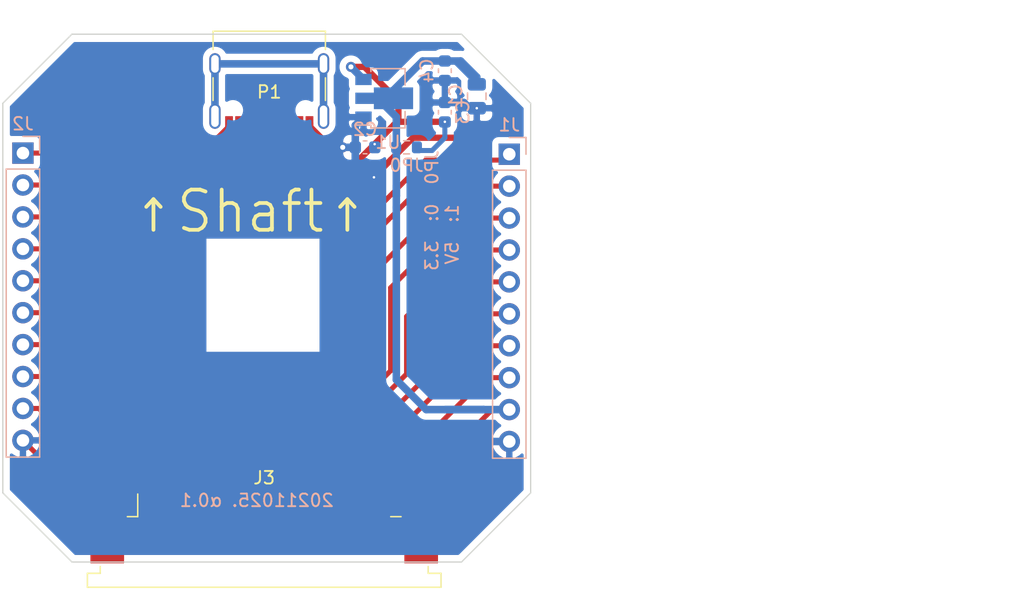
<source format=kicad_pcb>
(kicad_pcb (version 20171130) (host pcbnew "(5.1.10)-1")

  (general
    (thickness 1.6)
    (drawings 17)
    (tracks 241)
    (zones 0)
    (modules 10)
    (nets 29)
  )

  (page A4)
  (title_block
    (title "Stepper Servo")
    (date 2020-12-02)
    (rev v1.0)
    (company "MANSOUR Jawher")
    (comment 1 "for Kais ALLILA")
  )

  (layers
    (0 F.Cu signal)
    (31 B.Cu signal)
    (32 B.Adhes user)
    (34 B.Paste user)
    (36 B.SilkS user)
    (37 F.SilkS user)
    (38 B.Mask user)
    (39 F.Mask user)
    (44 Edge.Cuts user)
    (45 Margin user)
    (46 B.CrtYd user)
    (47 F.CrtYd user)
  )

  (setup
    (last_trace_width 0.25)
    (user_trace_width 0.3)
    (user_trace_width 0.4)
    (user_trace_width 0.5)
    (user_trace_width 0.6)
    (user_trace_width 0.8)
    (user_trace_width 1)
    (user_trace_width 1.2)
    (trace_clearance 0.127)
    (zone_clearance 0.508)
    (zone_45_only no)
    (trace_min 0.2)
    (via_size 0.8)
    (via_drill 0.4)
    (via_min_size 0.45)
    (via_min_drill 0.2)
    (user_via 0.45 0.2)
    (user_via 0.5 0.4)
    (uvia_size 0.3)
    (uvia_drill 0.1)
    (uvias_allowed no)
    (uvia_min_size 0.2)
    (uvia_min_drill 0.1)
    (edge_width 0.05)
    (segment_width 0.2)
    (pcb_text_width 0.3)
    (pcb_text_size 1.5 1.5)
    (mod_edge_width 0.12)
    (mod_text_size 1 1)
    (mod_text_width 0.15)
    (pad_size 5.6 5.6)
    (pad_drill 3)
    (pad_to_mask_clearance 0)
    (aux_axis_origin 162.9 70.1)
    (grid_origin 88.6 59.2)
    (visible_elements 7FFFFFFF)
    (pcbplotparams
      (layerselection 0x010fc_ffffffff)
      (usegerberextensions false)
      (usegerberattributes false)
      (usegerberadvancedattributes false)
      (creategerberjobfile false)
      (excludeedgelayer true)
      (linewidth 0.100000)
      (plotframeref false)
      (viasonmask false)
      (mode 1)
      (useauxorigin false)
      (hpglpennumber 1)
      (hpglpenspeed 20)
      (hpglpendiameter 15.000000)
      (psnegative false)
      (psa4output false)
      (plotreference true)
      (plotvalue true)
      (plotinvisibletext false)
      (padsonsilk false)
      (subtractmaskfromsilk false)
      (outputformat 1)
      (mirror false)
      (drillshape 0)
      (scaleselection 1)
      (outputdirectory "ASSEMBLY/"))
  )

  (net 0 "")
  (net 1 GND)
  (net 2 "Net-(J1-Pad4)")
  (net 3 "Net-(J1-Pad3)")
  (net 4 "Net-(J1-Pad2)")
  (net 5 "Net-(J1-Pad8)")
  (net 6 "Net-(J1-Pad7)")
  (net 7 "Net-(J1-Pad6)")
  (net 8 "Net-(J1-Pad5)")
  (net 9 "Net-(J1-Pad1)")
  (net 10 "Net-(J2-Pad3)")
  (net 11 "Net-(J2-Pad4)")
  (net 12 "Net-(J2-Pad5)")
  (net 13 "Net-(J2-Pad6)")
  (net 14 "Net-(J2-Pad7)")
  (net 15 "Net-(J2-Pad8)")
  (net 16 "Net-(P1-PadS1)")
  (net 17 "Net-(P1-PadA6)")
  (net 18 "Net-(P1-PadA7)")
  (net 19 "Net-(P1-PadB8)")
  (net 20 "Net-(P1-PadA5)")
  (net 21 "Net-(P1-PadA8)")
  (net 22 "Net-(J2-Pad1)")
  (net 23 "Net-(J2-Pad2)")
  (net 24 "Net-(P1-PadB7)")
  (net 25 "Net-(P1-PadB6)")
  (net 26 "Net-(P1-PadB5)")
  (net 27 "Net-(C1-Pad1)")
  (net 28 "Net-(C2-Pad1)")

  (net_class Default "This is the default net class."
    (clearance 0.127)
    (trace_width 0.25)
    (via_dia 0.8)
    (via_drill 0.4)
    (uvia_dia 0.3)
    (uvia_drill 0.1)
    (add_net GND)
    (add_net "Net-(C1-Pad1)")
    (add_net "Net-(C2-Pad1)")
    (add_net "Net-(J1-Pad1)")
    (add_net "Net-(J1-Pad2)")
    (add_net "Net-(J1-Pad3)")
    (add_net "Net-(J1-Pad4)")
    (add_net "Net-(J1-Pad5)")
    (add_net "Net-(J1-Pad6)")
    (add_net "Net-(J1-Pad7)")
    (add_net "Net-(J1-Pad8)")
    (add_net "Net-(J2-Pad1)")
    (add_net "Net-(J2-Pad2)")
    (add_net "Net-(J2-Pad3)")
    (add_net "Net-(J2-Pad4)")
    (add_net "Net-(J2-Pad5)")
    (add_net "Net-(J2-Pad6)")
    (add_net "Net-(J2-Pad7)")
    (add_net "Net-(J2-Pad8)")
    (add_net "Net-(P1-PadA5)")
    (add_net "Net-(P1-PadA6)")
    (add_net "Net-(P1-PadA7)")
    (add_net "Net-(P1-PadA8)")
    (add_net "Net-(P1-PadB5)")
    (add_net "Net-(P1-PadB6)")
    (add_net "Net-(P1-PadB7)")
    (add_net "Net-(P1-PadB8)")
    (add_net "Net-(P1-PadS1)")
  )

  (module Connector_PinHeader_2.54mm:PinHeader_1x10_P2.54mm_Vertical (layer B.Cu) (tedit 59FED5CC) (tstamp 61741EEC)
    (at 203.2 37.65 180)
    (descr "Through hole straight pin header, 1x10, 2.54mm pitch, single row")
    (tags "Through hole pin header THT 1x10 2.54mm single row")
    (path /617402FE)
    (fp_text reference J1 (at 0 2.33 180) (layer B.SilkS)
      (effects (font (size 1 1) (thickness 0.15)) (justify mirror))
    )
    (fp_text value Conn_01x10_Female (at 0 -25.19 180) (layer B.Fab)
      (effects (font (size 1 1) (thickness 0.15)) (justify mirror))
    )
    (fp_line (start -0.635 1.27) (end 1.27 1.27) (layer B.Fab) (width 0.1))
    (fp_line (start 1.27 1.27) (end 1.27 -24.13) (layer B.Fab) (width 0.1))
    (fp_line (start 1.27 -24.13) (end -1.27 -24.13) (layer B.Fab) (width 0.1))
    (fp_line (start -1.27 -24.13) (end -1.27 0.635) (layer B.Fab) (width 0.1))
    (fp_line (start -1.27 0.635) (end -0.635 1.27) (layer B.Fab) (width 0.1))
    (fp_line (start -1.33 -24.19) (end 1.33 -24.19) (layer B.SilkS) (width 0.12))
    (fp_line (start -1.33 -1.27) (end -1.33 -24.19) (layer B.SilkS) (width 0.12))
    (fp_line (start 1.33 -1.27) (end 1.33 -24.19) (layer B.SilkS) (width 0.12))
    (fp_line (start -1.33 -1.27) (end 1.33 -1.27) (layer B.SilkS) (width 0.12))
    (fp_line (start -1.33 0) (end -1.33 1.33) (layer B.SilkS) (width 0.12))
    (fp_line (start -1.33 1.33) (end 0 1.33) (layer B.SilkS) (width 0.12))
    (fp_line (start -1.8 1.8) (end -1.8 -24.65) (layer B.CrtYd) (width 0.05))
    (fp_line (start -1.8 -24.65) (end 1.8 -24.65) (layer B.CrtYd) (width 0.05))
    (fp_line (start 1.8 -24.65) (end 1.8 1.8) (layer B.CrtYd) (width 0.05))
    (fp_line (start 1.8 1.8) (end -1.8 1.8) (layer B.CrtYd) (width 0.05))
    (fp_text user %R (at 0 -11.43 90) (layer B.Fab)
      (effects (font (size 1 1) (thickness 0.15)) (justify mirror))
    )
    (pad 10 thru_hole oval (at 0 -22.86 180) (size 1.7 1.7) (drill 1) (layers *.Cu *.Mask)
      (net 1 GND))
    (pad 9 thru_hole oval (at 0 -20.32 180) (size 1.7 1.7) (drill 1) (layers *.Cu *.Mask)
      (net 27 "Net-(C1-Pad1)"))
    (pad 8 thru_hole oval (at 0 -17.78 180) (size 1.7 1.7) (drill 1) (layers *.Cu *.Mask)
      (net 5 "Net-(J1-Pad8)"))
    (pad 7 thru_hole oval (at 0 -15.24 180) (size 1.7 1.7) (drill 1) (layers *.Cu *.Mask)
      (net 6 "Net-(J1-Pad7)"))
    (pad 6 thru_hole oval (at 0 -12.7 180) (size 1.7 1.7) (drill 1) (layers *.Cu *.Mask)
      (net 7 "Net-(J1-Pad6)"))
    (pad 5 thru_hole oval (at 0 -10.16 180) (size 1.7 1.7) (drill 1) (layers *.Cu *.Mask)
      (net 8 "Net-(J1-Pad5)"))
    (pad 4 thru_hole oval (at 0 -7.62 180) (size 1.7 1.7) (drill 1) (layers *.Cu *.Mask)
      (net 2 "Net-(J1-Pad4)"))
    (pad 3 thru_hole oval (at 0 -5.08 180) (size 1.7 1.7) (drill 1) (layers *.Cu *.Mask)
      (net 3 "Net-(J1-Pad3)"))
    (pad 2 thru_hole oval (at 0 -2.54 180) (size 1.7 1.7) (drill 1) (layers *.Cu *.Mask)
      (net 4 "Net-(J1-Pad2)"))
    (pad 1 thru_hole rect (at 0 0 180) (size 1.7 1.7) (drill 1) (layers *.Cu *.Mask)
      (net 9 "Net-(J1-Pad1)"))
    (model ${KISYS3DMOD}/Connector_PinHeader_2.54mm.3dshapes/PinHeader_1x10_P2.54mm_Vertical.wrl
      (at (xyz 0 0 0))
      (scale (xyz 1 1 1))
      (rotate (xyz 0 0 0))
    )
  )

  (module Connector_USB:USB_C_Receptacle_Palconn_UTC16-G (layer F.Cu) (tedit 5CF432E0) (tstamp 6173FFCC)
    (at 184.1 32.7 180)
    (descr http://www.palpilot.com/wp-content/uploads/2017/05/UTC027-GKN-OR-Rev-A.pdf)
    (tags "USB C Type-C Receptacle USB2.0")
    (path /617407A4)
    (attr smd)
    (fp_text reference P1 (at 0 0) (layer F.SilkS)
      (effects (font (size 1 1) (thickness 0.15)))
    )
    (fp_text value USB_C_Plug (at 0 6.24) (layer F.Fab)
      (effects (font (size 1 1) (thickness 0.15)))
    )
    (fp_line (start -4.47 -2.48) (end 4.47 -2.48) (layer F.Fab) (width 0.1))
    (fp_line (start 4.47 -2.48) (end 4.47 4.84) (layer F.Fab) (width 0.1))
    (fp_line (start 4.47 4.84) (end -4.47 4.84) (layer F.Fab) (width 0.1))
    (fp_line (start -4.47 -2.48) (end -4.47 4.84) (layer F.Fab) (width 0.1))
    (fp_line (start -5.27 5.34) (end 5.27 5.34) (layer F.CrtYd) (width 0.05))
    (fp_line (start -5.27 -3.59) (end -5.27 5.34) (layer F.CrtYd) (width 0.05))
    (fp_line (start 5.27 -3.59) (end -5.27 -3.59) (layer F.CrtYd) (width 0.05))
    (fp_line (start 5.27 5.34) (end 5.27 -3.59) (layer F.CrtYd) (width 0.05))
    (fp_line (start -4.47 4.34) (end 4.47 4.34) (layer Dwgs.User) (width 0.1))
    (fp_line (start -4.47 -0.67) (end -4.47 1.13) (layer F.SilkS) (width 0.12))
    (fp_line (start -4.47 4.84) (end -4.47 3.38) (layer F.SilkS) (width 0.12))
    (fp_line (start 4.47 4.84) (end 4.47 3.38) (layer F.SilkS) (width 0.12))
    (fp_line (start 4.47 -0.67) (end 4.47 1.13) (layer F.SilkS) (width 0.12))
    (fp_line (start 4.47 4.84) (end -4.47 4.84) (layer F.SilkS) (width 0.12))
    (fp_text user %R (at 0 1.18) (layer F.Fab)
      (effects (font (size 1 1) (thickness 0.15)))
    )
    (fp_text user "PCB Edge" (at 0 3.43) (layer Dwgs.User)
      (effects (font (size 1 1) (thickness 0.15)))
    )
    (pad S1 thru_hole oval (at -4.32 -1.93 270) (size 2 0.9) (drill oval 1.7 0.6) (layers *.Cu *.Mask)
      (net 16 "Net-(P1-PadS1)"))
    (pad S1 thru_hole oval (at 4.32 -1.93 270) (size 2 0.9) (drill oval 1.7 0.6) (layers *.Cu *.Mask)
      (net 16 "Net-(P1-PadS1)"))
    (pad S1 thru_hole oval (at -4.32 2.24 270) (size 1.7 0.9) (drill oval 1.4 0.6) (layers *.Cu *.Mask)
      (net 16 "Net-(P1-PadS1)"))
    (pad S1 thru_hole oval (at 4.32 2.24 270) (size 1.7 0.9) (drill oval 1.4 0.6) (layers *.Cu *.Mask)
      (net 16 "Net-(P1-PadS1)"))
    (pad B7 smd rect (at -0.75 -2.51) (size 0.3 1.16) (layers F.Cu F.Paste F.Mask)
      (net 24 "Net-(P1-PadB7)"))
    (pad A6 smd rect (at -0.25 -2.51) (size 0.3 1.16) (layers F.Cu F.Paste F.Mask)
      (net 17 "Net-(P1-PadA6)"))
    (pad A7 smd rect (at 0.25 -2.51) (size 0.3 1.16) (layers F.Cu F.Paste F.Mask)
      (net 18 "Net-(P1-PadA7)"))
    (pad B8 smd rect (at -1.75 -2.51) (size 0.3 1.16) (layers F.Cu F.Paste F.Mask)
      (net 19 "Net-(P1-PadB8)"))
    (pad A5 smd rect (at -1.25 -2.51) (size 0.3 1.16) (layers F.Cu F.Paste F.Mask)
      (net 20 "Net-(P1-PadA5)"))
    (pad A8 smd rect (at 1.25 -2.51) (size 0.3 1.16) (layers F.Cu F.Paste F.Mask)
      (net 21 "Net-(P1-PadA8)"))
    (pad B6 smd rect (at 0.75 -2.51) (size 0.3 1.16) (layers F.Cu F.Paste F.Mask)
      (net 25 "Net-(P1-PadB6)"))
    (pad B5 smd rect (at 1.75 -2.51) (size 0.3 1.16) (layers F.Cu F.Paste F.Mask)
      (net 26 "Net-(P1-PadB5)"))
    (pad "" np_thru_hole circle (at 2.89 -1.45) (size 0.6 0.6) (drill 0.6) (layers *.Cu *.Mask))
    (pad "" np_thru_hole circle (at -2.89 -1.45) (size 0.6 0.6) (drill 0.6) (layers *.Cu *.Mask))
    (pad A4 smd rect (at -2.4 -2.51 180) (size 0.6 1.16) (layers F.Cu F.Paste F.Mask)
      (net 28 "Net-(C2-Pad1)"))
    (pad B9 smd rect (at -2.4 -2.51 180) (size 0.6 1.16) (layers F.Cu F.Paste F.Mask)
      (net 28 "Net-(C2-Pad1)"))
    (pad A1 smd rect (at -3.2 -2.51 180) (size 0.6 1.16) (layers F.Cu F.Paste F.Mask)
      (net 1 GND))
    (pad B12 smd rect (at -3.2 -2.51 180) (size 0.6 1.16) (layers F.Cu F.Paste F.Mask)
      (net 1 GND))
    (pad B4 smd rect (at 2.4 -2.51 180) (size 0.6 1.16) (layers F.Cu F.Paste F.Mask)
      (net 28 "Net-(C2-Pad1)"))
    (pad B1 smd rect (at 3.2 -2.51 180) (size 0.6 1.16) (layers F.Cu F.Paste F.Mask)
      (net 1 GND))
    (pad A9 smd rect (at 2.4 -2.51 180) (size 0.6 1.16) (layers F.Cu F.Paste F.Mask)
      (net 28 "Net-(C2-Pad1)"))
    (pad A12 smd rect (at 3.2 -2.51 180) (size 0.6 1.16) (layers F.Cu F.Paste F.Mask)
      (net 1 GND))
    (model ${KISYS3DMOD}/Connector_USB.3dshapes/USB_C_Receptacle_Palconn_UTC16-G.wrl
      (at (xyz 0 0 0))
      (scale (xyz 1 1 1))
      (rotate (xyz 0 0 0))
    )
  )

  (module Connector_PinHeader_2.54mm:PinHeader_1x10_P2.54mm_Vertical (layer B.Cu) (tedit 59FED5CC) (tstamp 61741CDE)
    (at 164.5 37.56 180)
    (descr "Through hole straight pin header, 1x10, 2.54mm pitch, single row")
    (tags "Through hole pin header THT 1x10 2.54mm single row")
    (path /6173F188)
    (fp_text reference J2 (at 0 2.33 180) (layer B.SilkS)
      (effects (font (size 1 1) (thickness 0.15)) (justify mirror))
    )
    (fp_text value Conn_01x10_Female (at 0 -25.19 180) (layer B.Fab)
      (effects (font (size 1 1) (thickness 0.15)) (justify mirror))
    )
    (fp_line (start 1.8 1.8) (end -1.8 1.8) (layer B.CrtYd) (width 0.05))
    (fp_line (start 1.8 -24.65) (end 1.8 1.8) (layer B.CrtYd) (width 0.05))
    (fp_line (start -1.8 -24.65) (end 1.8 -24.65) (layer B.CrtYd) (width 0.05))
    (fp_line (start -1.8 1.8) (end -1.8 -24.65) (layer B.CrtYd) (width 0.05))
    (fp_line (start -1.33 1.33) (end 0 1.33) (layer B.SilkS) (width 0.12))
    (fp_line (start -1.33 0) (end -1.33 1.33) (layer B.SilkS) (width 0.12))
    (fp_line (start -1.33 -1.27) (end 1.33 -1.27) (layer B.SilkS) (width 0.12))
    (fp_line (start 1.33 -1.27) (end 1.33 -24.19) (layer B.SilkS) (width 0.12))
    (fp_line (start -1.33 -1.27) (end -1.33 -24.19) (layer B.SilkS) (width 0.12))
    (fp_line (start -1.33 -24.19) (end 1.33 -24.19) (layer B.SilkS) (width 0.12))
    (fp_line (start -1.27 0.635) (end -0.635 1.27) (layer B.Fab) (width 0.1))
    (fp_line (start -1.27 -24.13) (end -1.27 0.635) (layer B.Fab) (width 0.1))
    (fp_line (start 1.27 -24.13) (end -1.27 -24.13) (layer B.Fab) (width 0.1))
    (fp_line (start 1.27 1.27) (end 1.27 -24.13) (layer B.Fab) (width 0.1))
    (fp_line (start -0.635 1.27) (end 1.27 1.27) (layer B.Fab) (width 0.1))
    (fp_text user %R (at 0 -11.43 90) (layer B.Fab)
      (effects (font (size 1 1) (thickness 0.15)) (justify mirror))
    )
    (pad 1 thru_hole rect (at 0 0 180) (size 1.7 1.7) (drill 1) (layers *.Cu *.Mask)
      (net 22 "Net-(J2-Pad1)"))
    (pad 2 thru_hole oval (at 0 -2.54 180) (size 1.7 1.7) (drill 1) (layers *.Cu *.Mask)
      (net 23 "Net-(J2-Pad2)"))
    (pad 3 thru_hole oval (at 0 -5.08 180) (size 1.7 1.7) (drill 1) (layers *.Cu *.Mask)
      (net 10 "Net-(J2-Pad3)"))
    (pad 4 thru_hole oval (at 0 -7.62 180) (size 1.7 1.7) (drill 1) (layers *.Cu *.Mask)
      (net 11 "Net-(J2-Pad4)"))
    (pad 5 thru_hole oval (at 0 -10.16 180) (size 1.7 1.7) (drill 1) (layers *.Cu *.Mask)
      (net 12 "Net-(J2-Pad5)"))
    (pad 6 thru_hole oval (at 0 -12.7 180) (size 1.7 1.7) (drill 1) (layers *.Cu *.Mask)
      (net 13 "Net-(J2-Pad6)"))
    (pad 7 thru_hole oval (at 0 -15.24 180) (size 1.7 1.7) (drill 1) (layers *.Cu *.Mask)
      (net 14 "Net-(J2-Pad7)"))
    (pad 8 thru_hole oval (at 0 -17.78 180) (size 1.7 1.7) (drill 1) (layers *.Cu *.Mask)
      (net 15 "Net-(J2-Pad8)"))
    (pad 9 thru_hole oval (at 0 -20.32 180) (size 1.7 1.7) (drill 1) (layers *.Cu *.Mask)
      (net 27 "Net-(C1-Pad1)"))
    (pad 10 thru_hole oval (at 0 -22.86 180) (size 1.7 1.7) (drill 1) (layers *.Cu *.Mask)
      (net 1 GND))
    (model ${KISYS3DMOD}/Connector_PinHeader_2.54mm.3dshapes/PinHeader_1x10_P2.54mm_Vertical.wrl
      (at (xyz 0 0 0))
      (scale (xyz 1 1 1))
      (rotate (xyz 0 0 0))
    )
  )

  (module Connector_FFC-FPC:TE_2-84953-0_1x20-1MP_P1.0mm_Horizontal (layer F.Cu) (tedit 5AEE14E3) (tstamp 61740495)
    (at 183.7 67.4)
    (descr "TE FPC connector, 20 top-side contacts, 1.0mm pitch, 1.0mm height, SMT, http://www.te.com/commerce/DocumentDelivery/DDEController?Action=srchrtrv&DocNm=84953&DocType=Customer+Drawing&DocLang=English&DocFormat=pdf&PartCntxt=84953-4")
    (tags "te fpc 84953")
    (path /61741F57)
    (attr smd)
    (fp_text reference J3 (at 0 -4) (layer F.SilkS)
      (effects (font (size 1 1) (thickness 0.15)))
    )
    (fp_text value Conn_01x20_MountingPin (at 0 7.7) (layer F.Fab)
      (effects (font (size 1 1) (thickness 0.15)))
    )
    (fp_line (start 14.46 -3.3) (end -14.46 -3.3) (layer F.CrtYd) (width 0.05))
    (fp_line (start 14.46 7) (end 14.46 -3.3) (layer F.CrtYd) (width 0.05))
    (fp_line (start -14.46 7) (end 14.46 7) (layer F.CrtYd) (width 0.05))
    (fp_line (start -14.46 -3.3) (end -14.46 7) (layer F.CrtYd) (width 0.05))
    (fp_line (start 10.065 -0.91) (end 10.89 -0.91) (layer F.SilkS) (width 0.12))
    (fp_line (start -10.065 -0.91) (end -10.065 -2.71) (layer F.SilkS) (width 0.12))
    (fp_line (start -10.89 -0.91) (end -10.065 -0.91) (layer F.SilkS) (width 0.12))
    (fp_line (start -13.045 3.6) (end -13.045 3.06) (layer F.SilkS) (width 0.12))
    (fp_line (start -14.07 3.6) (end -13.045 3.6) (layer F.SilkS) (width 0.12))
    (fp_line (start -14.07 4.71) (end -14.07 3.6) (layer F.SilkS) (width 0.12))
    (fp_line (start 14.07 4.71) (end -14.07 4.71) (layer F.SilkS) (width 0.12))
    (fp_line (start 14.07 3.6) (end 14.07 4.71) (layer F.SilkS) (width 0.12))
    (fp_line (start 13.045 3.6) (end 14.07 3.6) (layer F.SilkS) (width 0.12))
    (fp_line (start 13.045 3.06) (end 13.045 3.6) (layer F.SilkS) (width 0.12))
    (fp_line (start -12.935 5.61) (end -12.935 4.6) (layer F.Fab) (width 0.1))
    (fp_line (start -13.96 5.61) (end -12.935 5.61) (layer F.Fab) (width 0.1))
    (fp_line (start -13.96 6.5) (end -13.96 5.61) (layer F.Fab) (width 0.1))
    (fp_line (start 13.96 6.5) (end -13.96 6.5) (layer F.Fab) (width 0.1))
    (fp_line (start 13.96 5.61) (end 13.96 6.5) (layer F.Fab) (width 0.1))
    (fp_line (start 12.935 5.61) (end 13.96 5.61) (layer F.Fab) (width 0.1))
    (fp_line (start 12.935 4.6) (end 12.935 5.61) (layer F.Fab) (width 0.1))
    (fp_line (start -9.5 0.2) (end -9 -0.8) (layer F.Fab) (width 0.1))
    (fp_line (start -10 -0.8) (end -9.5 0.2) (layer F.Fab) (width 0.1))
    (fp_line (start -12.935 3.71) (end -12.935 -0.8) (layer F.Fab) (width 0.1))
    (fp_line (start -13.96 3.71) (end -12.935 3.71) (layer F.Fab) (width 0.1))
    (fp_line (start -13.96 4.6) (end -13.96 3.71) (layer F.Fab) (width 0.1))
    (fp_line (start 13.96 4.6) (end -13.96 4.6) (layer F.Fab) (width 0.1))
    (fp_line (start 13.96 3.71) (end 13.96 4.6) (layer F.Fab) (width 0.1))
    (fp_line (start 12.935 3.71) (end 13.96 3.71) (layer F.Fab) (width 0.1))
    (fp_line (start 12.935 -0.8) (end 12.935 3.71) (layer F.Fab) (width 0.1))
    (fp_line (start -12.935 -0.8) (end 12.935 -0.8) (layer F.Fab) (width 0.1))
    (fp_text user %R (at 0 1.9) (layer F.Fab)
      (effects (font (size 1 1) (thickness 0.15)))
    )
    (pad 1 smd rect (at -9.5 -1.8) (size 0.61 2) (layers F.Cu F.Paste F.Mask)
      (net 1 GND))
    (pad 2 smd rect (at -8.5 -1.8) (size 0.61 2) (layers F.Cu F.Paste F.Mask)
      (net 27 "Net-(C1-Pad1)"))
    (pad 3 smd rect (at -7.5 -1.8) (size 0.61 2) (layers F.Cu F.Paste F.Mask)
      (net 15 "Net-(J2-Pad8)"))
    (pad 4 smd rect (at -6.5 -1.8) (size 0.61 2) (layers F.Cu F.Paste F.Mask)
      (net 14 "Net-(J2-Pad7)"))
    (pad 5 smd rect (at -5.5 -1.8) (size 0.61 2) (layers F.Cu F.Paste F.Mask)
      (net 13 "Net-(J2-Pad6)"))
    (pad 6 smd rect (at -4.5 -1.8) (size 0.61 2) (layers F.Cu F.Paste F.Mask)
      (net 12 "Net-(J2-Pad5)"))
    (pad 7 smd rect (at -3.5 -1.8) (size 0.61 2) (layers F.Cu F.Paste F.Mask)
      (net 11 "Net-(J2-Pad4)"))
    (pad 8 smd rect (at -2.5 -1.8) (size 0.61 2) (layers F.Cu F.Paste F.Mask)
      (net 10 "Net-(J2-Pad3)"))
    (pad 9 smd rect (at -1.5 -1.8) (size 0.61 2) (layers F.Cu F.Paste F.Mask)
      (net 23 "Net-(J2-Pad2)"))
    (pad 10 smd rect (at -0.5 -1.8) (size 0.61 2) (layers F.Cu F.Paste F.Mask)
      (net 22 "Net-(J2-Pad1)"))
    (pad 11 smd rect (at 0.5 -1.8) (size 0.61 2) (layers F.Cu F.Paste F.Mask)
      (net 9 "Net-(J1-Pad1)"))
    (pad 12 smd rect (at 1.5 -1.8) (size 0.61 2) (layers F.Cu F.Paste F.Mask)
      (net 4 "Net-(J1-Pad2)"))
    (pad 13 smd rect (at 2.5 -1.8) (size 0.61 2) (layers F.Cu F.Paste F.Mask)
      (net 3 "Net-(J1-Pad3)"))
    (pad 14 smd rect (at 3.5 -1.8) (size 0.61 2) (layers F.Cu F.Paste F.Mask)
      (net 2 "Net-(J1-Pad4)"))
    (pad 15 smd rect (at 4.5 -1.8) (size 0.61 2) (layers F.Cu F.Paste F.Mask)
      (net 8 "Net-(J1-Pad5)"))
    (pad 16 smd rect (at 5.5 -1.8) (size 0.61 2) (layers F.Cu F.Paste F.Mask)
      (net 7 "Net-(J1-Pad6)"))
    (pad 17 smd rect (at 6.5 -1.8) (size 0.61 2) (layers F.Cu F.Paste F.Mask)
      (net 6 "Net-(J1-Pad7)"))
    (pad 18 smd rect (at 7.5 -1.8) (size 0.61 2) (layers F.Cu F.Paste F.Mask)
      (net 5 "Net-(J1-Pad8)"))
    (pad 19 smd rect (at 8.5 -1.8) (size 0.61 2) (layers F.Cu F.Paste F.Mask)
      (net 27 "Net-(C1-Pad1)"))
    (pad 20 smd rect (at 9.5 -1.8) (size 0.61 2) (layers F.Cu F.Paste F.Mask)
      (net 1 GND))
    (pad MP smd rect (at -12.49 1) (size 2.68 3.6) (layers F.Cu F.Paste F.Mask))
    (pad MP smd rect (at 12.49 1) (size 2.68 3.6) (layers F.Cu F.Paste F.Mask))
    (model ${KISYS3DMOD}/Connector_FFC-FPC.3dshapes/TE_2-84953-0_1x20-1MP_P1.0mm_Horizontal.wrl
      (at (xyz 0 0 0))
      (scale (xyz 1 1 1))
      (rotate (xyz 0 0 0))
    )
  )

  (module Capacitor_SMD:C_0805_2012Metric (layer B.Cu) (tedit 5F68FEEE) (tstamp 6175F114)
    (at 200.614 33.038 270)
    (descr "Capacitor SMD 0805 (2012 Metric), square (rectangular) end terminal, IPC_7351 nominal, (Body size source: IPC-SM-782 page 76, https://www.pcb-3d.com/wordpress/wp-content/uploads/ipc-sm-782a_amendment_1_and_2.pdf, https://docs.google.com/spreadsheets/d/1BsfQQcO9C6DZCsRaXUlFlo91Tg2WpOkGARC1WS5S8t0/edit?usp=sharing), generated with kicad-footprint-generator")
    (tags capacitor)
    (path /6178CE51)
    (attr smd)
    (fp_text reference C1 (at 0 1.68 90) (layer B.SilkS)
      (effects (font (size 1 1) (thickness 0.15)) (justify mirror))
    )
    (fp_text value 22uF (at 0 -1.68 90) (layer B.Fab)
      (effects (font (size 1 1) (thickness 0.15)) (justify mirror))
    )
    (fp_line (start 1.7 -0.98) (end -1.7 -0.98) (layer B.CrtYd) (width 0.05))
    (fp_line (start 1.7 0.98) (end 1.7 -0.98) (layer B.CrtYd) (width 0.05))
    (fp_line (start -1.7 0.98) (end 1.7 0.98) (layer B.CrtYd) (width 0.05))
    (fp_line (start -1.7 -0.98) (end -1.7 0.98) (layer B.CrtYd) (width 0.05))
    (fp_line (start -0.261252 -0.735) (end 0.261252 -0.735) (layer B.SilkS) (width 0.12))
    (fp_line (start -0.261252 0.735) (end 0.261252 0.735) (layer B.SilkS) (width 0.12))
    (fp_line (start 1 -0.625) (end -1 -0.625) (layer B.Fab) (width 0.1))
    (fp_line (start 1 0.625) (end 1 -0.625) (layer B.Fab) (width 0.1))
    (fp_line (start -1 0.625) (end 1 0.625) (layer B.Fab) (width 0.1))
    (fp_line (start -1 -0.625) (end -1 0.625) (layer B.Fab) (width 0.1))
    (fp_text user %R (at 0 0 90) (layer B.Fab)
      (effects (font (size 0.5 0.5) (thickness 0.08)) (justify mirror))
    )
    (pad 1 smd roundrect (at -0.95 0 270) (size 1 1.45) (layers B.Cu B.Paste B.Mask) (roundrect_rratio 0.25)
      (net 27 "Net-(C1-Pad1)"))
    (pad 2 smd roundrect (at 0.95 0 270) (size 1 1.45) (layers B.Cu B.Paste B.Mask) (roundrect_rratio 0.25)
      (net 1 GND))
    (model ${KISYS3DMOD}/Capacitor_SMD.3dshapes/C_0805_2012Metric.wrl
      (at (xyz 0 0 0))
      (scale (xyz 1 1 1))
      (rotate (xyz 0 0 0))
    )
  )

  (module Package_TO_SOT_SMD:SOT-89-3 (layer B.Cu) (tedit 5C33D6E8) (tstamp 61762014)
    (at 193.248 33.2)
    (descr "SOT-89-3, http://ww1.microchip.com/downloads/en/DeviceDoc/3L_SOT-89_MB_C04-029C.pdf")
    (tags SOT-89-3)
    (path /6175F3EC)
    (attr smd)
    (fp_text reference U1 (at 0.3 3.5) (layer B.SilkS)
      (effects (font (size 1 1) (thickness 0.15)) (justify mirror))
    )
    (fp_text value AP1117-33 (at 0.3 -3.5) (layer B.Fab)
      (effects (font (size 1 1) (thickness 0.15)) (justify mirror))
    )
    (fp_line (start -1.06 -2.36) (end -1.06 -2.13) (layer B.SilkS) (width 0.12))
    (fp_line (start -1.06 2.36) (end -1.06 2.13) (layer B.SilkS) (width 0.12))
    (fp_line (start -1.06 2.36) (end 1.66 2.36) (layer B.SilkS) (width 0.12))
    (fp_line (start -2.55 -2.5) (end -2.55 2.5) (layer B.CrtYd) (width 0.05))
    (fp_line (start -2.55 -2.5) (end 2.55 -2.5) (layer B.CrtYd) (width 0.05))
    (fp_line (start 2.55 2.5) (end -2.55 2.5) (layer B.CrtYd) (width 0.05))
    (fp_line (start 2.55 2.5) (end 2.55 -2.5) (layer B.CrtYd) (width 0.05))
    (fp_line (start 0.05 2.25) (end 1.55 2.25) (layer B.Fab) (width 0.1))
    (fp_line (start -0.95 -2.25) (end -0.95 1.25) (layer B.Fab) (width 0.1))
    (fp_line (start 1.55 -2.25) (end -0.95 -2.25) (layer B.Fab) (width 0.1))
    (fp_line (start 1.55 2.25) (end 1.55 -2.25) (layer B.Fab) (width 0.1))
    (fp_line (start -0.95 1.25) (end 0.05 2.25) (layer B.Fab) (width 0.1))
    (fp_line (start 1.66 2.36) (end 1.66 1.05) (layer B.SilkS) (width 0.12))
    (fp_line (start -2.2 2.13) (end -1.06 2.13) (layer B.SilkS) (width 0.12))
    (fp_line (start 1.66 -2.36) (end -1.06 -2.36) (layer B.SilkS) (width 0.12))
    (fp_line (start 1.66 -1.05) (end 1.66 -2.36) (layer B.SilkS) (width 0.12))
    (fp_text user %R (at 0.5 0 270) (layer B.Fab)
      (effects (font (size 1 1) (thickness 0.15)) (justify mirror))
    )
    (pad 1 smd rect (at -1.65 1.5) (size 1.3 0.9) (layers B.Cu B.Paste B.Mask)
      (net 1 GND))
    (pad 3 smd rect (at -1.65 -1.5) (size 1.3 0.9) (layers B.Cu B.Paste B.Mask)
      (net 28 "Net-(C2-Pad1)"))
    (pad 2 smd custom (at -1.5625 0) (size 1.475 0.9) (layers B.Cu B.Paste B.Mask)
      (net 27 "Net-(C1-Pad1)") (zone_connect 2)
      (options (clearance outline) (anchor rect))
      (primitives
        (gr_poly (pts
           (xy 0.7375 0.8665) (xy 3.8625 0.8665) (xy 3.8625 -0.8665) (xy 0.7375 -0.8665)) (width 0))
      ))
    (model ${KISYS3DMOD}/Package_TO_SOT_SMD.3dshapes/SOT-89-3.wrl
      (at (xyz 0 0 0))
      (scale (xyz 1 1 1))
      (rotate (xyz 0 0 0))
    )
  )

  (module Capacitor_SMD:C_0603_1608Metric (layer B.Cu) (tedit 5F68FEEE) (tstamp 61921B1F)
    (at 198.074 34.308 90)
    (descr "Capacitor SMD 0603 (1608 Metric), square (rectangular) end terminal, IPC_7351 nominal, (Body size source: IPC-SM-782 page 76, https://www.pcb-3d.com/wordpress/wp-content/uploads/ipc-sm-782a_amendment_1_and_2.pdf), generated with kicad-footprint-generator")
    (tags capacitor)
    (path /619240C8)
    (attr smd)
    (fp_text reference C3 (at 0 1.43 90) (layer B.SilkS)
      (effects (font (size 1 1) (thickness 0.15)) (justify mirror))
    )
    (fp_text value 0.1uF (at 0 -1.43 90) (layer B.Fab)
      (effects (font (size 1 1) (thickness 0.15)) (justify mirror))
    )
    (fp_line (start -0.8 -0.4) (end -0.8 0.4) (layer B.Fab) (width 0.1))
    (fp_line (start -0.8 0.4) (end 0.8 0.4) (layer B.Fab) (width 0.1))
    (fp_line (start 0.8 0.4) (end 0.8 -0.4) (layer B.Fab) (width 0.1))
    (fp_line (start 0.8 -0.4) (end -0.8 -0.4) (layer B.Fab) (width 0.1))
    (fp_line (start -0.14058 0.51) (end 0.14058 0.51) (layer B.SilkS) (width 0.12))
    (fp_line (start -0.14058 -0.51) (end 0.14058 -0.51) (layer B.SilkS) (width 0.12))
    (fp_line (start -1.48 -0.73) (end -1.48 0.73) (layer B.CrtYd) (width 0.05))
    (fp_line (start -1.48 0.73) (end 1.48 0.73) (layer B.CrtYd) (width 0.05))
    (fp_line (start 1.48 0.73) (end 1.48 -0.73) (layer B.CrtYd) (width 0.05))
    (fp_line (start 1.48 -0.73) (end -1.48 -0.73) (layer B.CrtYd) (width 0.05))
    (fp_text user %R (at 0 0 90) (layer B.Fab)
      (effects (font (size 0.4 0.4) (thickness 0.06)) (justify mirror))
    )
    (pad 1 smd roundrect (at -0.775 0 90) (size 0.9 0.95) (layers B.Cu B.Paste B.Mask) (roundrect_rratio 0.25)
      (net 28 "Net-(C2-Pad1)"))
    (pad 2 smd roundrect (at 0.775 0 90) (size 0.9 0.95) (layers B.Cu B.Paste B.Mask) (roundrect_rratio 0.25)
      (net 1 GND))
    (model ${KISYS3DMOD}/Capacitor_SMD.3dshapes/C_0603_1608Metric.wrl
      (at (xyz 0 0 0))
      (scale (xyz 1 1 1))
      (rotate (xyz 0 0 0))
    )
  )

  (module Capacitor_SMD:C_0603_1608Metric (layer B.Cu) (tedit 5F68FEEE) (tstamp 61921B30)
    (at 198.074 31.006 270)
    (descr "Capacitor SMD 0603 (1608 Metric), square (rectangular) end terminal, IPC_7351 nominal, (Body size source: IPC-SM-782 page 76, https://www.pcb-3d.com/wordpress/wp-content/uploads/ipc-sm-782a_amendment_1_and_2.pdf), generated with kicad-footprint-generator")
    (tags capacitor)
    (path /6192A579)
    (attr smd)
    (fp_text reference C4 (at 0 1.43 90) (layer B.SilkS)
      (effects (font (size 1 1) (thickness 0.15)) (justify mirror))
    )
    (fp_text value 0.1uF (at 0 -1.43 90) (layer B.Fab)
      (effects (font (size 1 1) (thickness 0.15)) (justify mirror))
    )
    (fp_line (start 1.48 -0.73) (end -1.48 -0.73) (layer B.CrtYd) (width 0.05))
    (fp_line (start 1.48 0.73) (end 1.48 -0.73) (layer B.CrtYd) (width 0.05))
    (fp_line (start -1.48 0.73) (end 1.48 0.73) (layer B.CrtYd) (width 0.05))
    (fp_line (start -1.48 -0.73) (end -1.48 0.73) (layer B.CrtYd) (width 0.05))
    (fp_line (start -0.14058 -0.51) (end 0.14058 -0.51) (layer B.SilkS) (width 0.12))
    (fp_line (start -0.14058 0.51) (end 0.14058 0.51) (layer B.SilkS) (width 0.12))
    (fp_line (start 0.8 -0.4) (end -0.8 -0.4) (layer B.Fab) (width 0.1))
    (fp_line (start 0.8 0.4) (end 0.8 -0.4) (layer B.Fab) (width 0.1))
    (fp_line (start -0.8 0.4) (end 0.8 0.4) (layer B.Fab) (width 0.1))
    (fp_line (start -0.8 -0.4) (end -0.8 0.4) (layer B.Fab) (width 0.1))
    (fp_text user %R (at 0 0 90) (layer B.Fab)
      (effects (font (size 0.4 0.4) (thickness 0.06)) (justify mirror))
    )
    (pad 2 smd roundrect (at 0.775 0 270) (size 0.9 0.95) (layers B.Cu B.Paste B.Mask) (roundrect_rratio 0.25)
      (net 1 GND))
    (pad 1 smd roundrect (at -0.775 0 270) (size 0.9 0.95) (layers B.Cu B.Paste B.Mask) (roundrect_rratio 0.25)
      (net 27 "Net-(C1-Pad1)"))
    (model ${KISYS3DMOD}/Capacitor_SMD.3dshapes/C_0603_1608Metric.wrl
      (at (xyz 0 0 0))
      (scale (xyz 1 1 1))
      (rotate (xyz 0 0 0))
    )
  )

  (module Capacitor_SMD:C_0603_1608Metric (layer B.Cu) (tedit 5F68FEEE) (tstamp 61989F59)
    (at 191.724 37.102 180)
    (descr "Capacitor SMD 0603 (1608 Metric), square (rectangular) end terminal, IPC_7351 nominal, (Body size source: IPC-SM-782 page 76, https://www.pcb-3d.com/wordpress/wp-content/uploads/ipc-sm-782a_amendment_1_and_2.pdf), generated with kicad-footprint-generator")
    (tags capacitor)
    (path /6178DE84)
    (attr smd)
    (fp_text reference C2 (at 0 1.43) (layer B.SilkS)
      (effects (font (size 1 1) (thickness 0.15)) (justify mirror))
    )
    (fp_text value C (at 0 -1.43) (layer B.Fab)
      (effects (font (size 1 1) (thickness 0.15)) (justify mirror))
    )
    (fp_line (start -0.8 -0.4) (end -0.8 0.4) (layer B.Fab) (width 0.1))
    (fp_line (start -0.8 0.4) (end 0.8 0.4) (layer B.Fab) (width 0.1))
    (fp_line (start 0.8 0.4) (end 0.8 -0.4) (layer B.Fab) (width 0.1))
    (fp_line (start 0.8 -0.4) (end -0.8 -0.4) (layer B.Fab) (width 0.1))
    (fp_line (start -0.14058 0.51) (end 0.14058 0.51) (layer B.SilkS) (width 0.12))
    (fp_line (start -0.14058 -0.51) (end 0.14058 -0.51) (layer B.SilkS) (width 0.12))
    (fp_line (start -1.48 -0.73) (end -1.48 0.73) (layer B.CrtYd) (width 0.05))
    (fp_line (start -1.48 0.73) (end 1.48 0.73) (layer B.CrtYd) (width 0.05))
    (fp_line (start 1.48 0.73) (end 1.48 -0.73) (layer B.CrtYd) (width 0.05))
    (fp_line (start 1.48 -0.73) (end -1.48 -0.73) (layer B.CrtYd) (width 0.05))
    (fp_text user %R (at 0 0) (layer B.Fab)
      (effects (font (size 0.4 0.4) (thickness 0.06)) (justify mirror))
    )
    (pad 1 smd roundrect (at -0.775 0 180) (size 0.9 0.95) (layers B.Cu B.Paste B.Mask) (roundrect_rratio 0.25)
      (net 28 "Net-(C2-Pad1)"))
    (pad 2 smd roundrect (at 0.775 0 180) (size 0.9 0.95) (layers B.Cu B.Paste B.Mask) (roundrect_rratio 0.25)
      (net 1 GND))
    (model ${KISYS3DMOD}/Capacitor_SMD.3dshapes/C_0603_1608Metric.wrl
      (at (xyz 0 0 0))
      (scale (xyz 1 1 1))
      (rotate (xyz 0 0 0))
    )
  )

  (module Resistor_SMD:R_0603_1608Metric (layer B.Cu) (tedit 5F68FEEE) (tstamp 61989F6A)
    (at 195.026 37.102)
    (descr "Resistor SMD 0603 (1608 Metric), square (rectangular) end terminal, IPC_7351 nominal, (Body size source: IPC-SM-782 page 72, https://www.pcb-3d.com/wordpress/wp-content/uploads/ipc-sm-782a_amendment_1_and_2.pdf), generated with kicad-footprint-generator")
    (tags resistor)
    (path /617A87C7)
    (attr smd)
    (fp_text reference JP0 (at 0 1.43) (layer B.SilkS)
      (effects (font (size 1 1) (thickness 0.15)) (justify mirror))
    )
    (fp_text value 0 (at 0 -1.43) (layer B.Fab)
      (effects (font (size 1 1) (thickness 0.15)) (justify mirror))
    )
    (fp_line (start -0.8 -0.4125) (end -0.8 0.4125) (layer B.Fab) (width 0.1))
    (fp_line (start -0.8 0.4125) (end 0.8 0.4125) (layer B.Fab) (width 0.1))
    (fp_line (start 0.8 0.4125) (end 0.8 -0.4125) (layer B.Fab) (width 0.1))
    (fp_line (start 0.8 -0.4125) (end -0.8 -0.4125) (layer B.Fab) (width 0.1))
    (fp_line (start -0.237258 0.5225) (end 0.237258 0.5225) (layer B.SilkS) (width 0.12))
    (fp_line (start -0.237258 -0.5225) (end 0.237258 -0.5225) (layer B.SilkS) (width 0.12))
    (fp_line (start -1.48 -0.73) (end -1.48 0.73) (layer B.CrtYd) (width 0.05))
    (fp_line (start -1.48 0.73) (end 1.48 0.73) (layer B.CrtYd) (width 0.05))
    (fp_line (start 1.48 0.73) (end 1.48 -0.73) (layer B.CrtYd) (width 0.05))
    (fp_line (start 1.48 -0.73) (end -1.48 -0.73) (layer B.CrtYd) (width 0.05))
    (fp_text user %R (at 0 0) (layer B.Fab)
      (effects (font (size 0.4 0.4) (thickness 0.06)) (justify mirror))
    )
    (pad 1 smd roundrect (at -0.825 0) (size 0.8 0.95) (layers B.Cu B.Paste B.Mask) (roundrect_rratio 0.25)
      (net 27 "Net-(C1-Pad1)"))
    (pad 2 smd roundrect (at 0.825 0) (size 0.8 0.95) (layers B.Cu B.Paste B.Mask) (roundrect_rratio 0.25)
      (net 28 "Net-(C2-Pad1)"))
    (model ${KISYS3DMOD}/Resistor_SMD.3dshapes/R_0603_1608Metric.wrl
      (at (xyz 0 0 0))
      (scale (xyz 1 1 1))
      (rotate (xyz 0 0 0))
    )
  )

  (gr_text "JP0  0:  3.3\n     1:  5V" (at 197.85 42.13 90) (layer B.SilkS)
    (effects (font (size 1 1) (thickness 0.15)) (justify mirror))
  )
  (gr_text "20211025. α0.1" (at 183.1 65.2) (layer B.SilkS)
    (effects (font (size 1 1) (thickness 0.15)) (justify mirror))
  )
  (gr_line (start 168.2 28.3) (end 168.4 28.1) (layer Edge.Cuts) (width 0.1) (tstamp 61749D34))
  (gr_line (start 168.4 28.1) (end 168.4 28.1) (layer Edge.Cuts) (width 0.1) (tstamp 61749D29))
  (gr_text ↑Shaft↑ (at 182.6 42.2) (layer F.SilkS)
    (effects (font (size 3.2 3) (thickness 0.3)))
  )
  (dimension 0.5 (width 0.15) (layer Cmts.User)
    (gr_text "0.500 mm" (at 204.35 39.4) (layer Cmts.User)
      (effects (font (size 1 1) (thickness 0.15)))
    )
    (feature1 (pts (xy 204.6 69.7) (xy 204.6 40.113579)))
    (feature2 (pts (xy 204.1 69.7) (xy 204.1 40.113579)))
    (crossbar (pts (xy 204.1 40.7) (xy 204.6 40.7)))
    (arrow1a (pts (xy 204.6 40.7) (xy 203.473496 41.286421)))
    (arrow1b (pts (xy 204.6 40.7) (xy 203.473496 40.113579)))
    (arrow2a (pts (xy 204.1 40.7) (xy 205.226504 41.286421)))
    (arrow2b (pts (xy 204.1 40.7) (xy 205.226504 40.113579)))
  )
  (dimension 47.502632 (width 0.15) (layer Cmts.User)
    (gr_text "47.503 mm" (at 220.335541 26.076396 0.6030911944) (layer Cmts.User)
      (effects (font (size 1 1) (thickness 0.15)))
    )
    (feature1 (pts (xy 244.1 27.2) (xy 244.093052 26.539936)))
    (feature2 (pts (xy 196.6 27.7) (xy 196.593052 27.039936)))
    (crossbar (pts (xy 196.599224 27.626324) (xy 244.099224 27.126324)))
    (arrow1a (pts (xy 244.099224 27.126324) (xy 242.978955 27.72457)))
    (arrow1b (pts (xy 244.099224 27.126324) (xy 242.96661 26.551793)))
    (arrow2a (pts (xy 196.599224 27.626324) (xy 197.731838 28.200855)))
    (arrow2b (pts (xy 196.599224 27.626324) (xy 197.719493 27.028078)))
  )
  (dimension 31.5 (width 0.15) (layer Cmts.User)
    (gr_text "31.500 mm" (at 219.85 58.4) (layer Cmts.User)
      (effects (font (size 1 1) (thickness 0.15)))
    )
    (feature1 (pts (xy 235.6 73.2) (xy 235.6 59.113579)))
    (feature2 (pts (xy 204.1 73.2) (xy 204.1 59.113579)))
    (crossbar (pts (xy 204.1 59.7) (xy 235.6 59.7)))
    (arrow1a (pts (xy 235.6 59.7) (xy 234.473496 60.286421)))
    (arrow1b (pts (xy 235.6 59.7) (xy 234.473496 59.113579)))
    (arrow2a (pts (xy 204.1 59.7) (xy 205.226504 60.286421)))
    (arrow2b (pts (xy 204.1 59.7) (xy 205.226504 59.113579)))
  )
  (dimension 0.5 (width 0.15) (layer Cmts.User)
    (gr_text "0.500 mm" (at 203.3 72.45 270) (layer Cmts.User)
      (effects (font (size 1 1) (thickness 0.15)))
    )
    (feature1 (pts (xy 204.6 72.7) (xy 204.013579 72.7)))
    (feature2 (pts (xy 204.6 72.2) (xy 204.013579 72.2)))
    (crossbar (pts (xy 204.6 72.2) (xy 204.6 72.7)))
    (arrow1a (pts (xy 204.6 72.7) (xy 204.013579 71.573496)))
    (arrow1b (pts (xy 204.6 72.7) (xy 205.186421 71.573496)))
    (arrow2a (pts (xy 204.6 72.2) (xy 204.013579 73.326504)))
    (arrow2b (pts (xy 204.6 72.2) (xy 205.186421 73.326504)))
  )
  (gr_line (start 199.4 70.1) (end 168.4 70.1) (layer Edge.Cuts) (width 0.1) (tstamp 5FCA4C4D))
  (gr_line (start 204.9 33.6) (end 204.9 64.6) (layer Edge.Cuts) (width 0.1) (tstamp 5FCA4C45))
  (gr_line (start 204.9 64.6) (end 199.4 70.1) (layer Edge.Cuts) (width 0.1) (tstamp 5FCA4C49))
  (gr_line (start 162.9 64.6) (end 162.9 33.6) (layer Edge.Cuts) (width 0.1) (tstamp 5FCA4C55))
  (gr_line (start 168.4 70.1) (end 162.9 64.6) (layer Edge.Cuts) (width 0.1) (tstamp 5FCA4C51))
  (gr_line (start 199.4 28.1) (end 204.9 33.6) (layer Edge.Cuts) (width 0.1) (tstamp 5FCA4C41))
  (gr_line (start 168.4 28.1) (end 199.4 28.1) (layer Edge.Cuts) (width 0.1) (tstamp 5FCA4C3D))
  (gr_line (start 162.9 33.6) (end 168.2 28.3) (layer Edge.Cuts) (width 0.1) (tstamp 5FCA4C39))

  (segment (start 180.9 35.4) (end 180.9 35.21) (width 0.4) (layer F.Cu) (net 1) (status 30))
  (segment (start 180.9 35.21) (end 180.9 35.49) (width 0.4) (layer F.Cu) (net 1) (status 30))
  (segment (start 187.3 35.21) (end 187.3 35.4) (width 0.4) (layer F.Cu) (net 1) (status 30))
  (segment (start 187.3 35.21) (end 187.3 35.229568) (width 0.5) (layer F.Cu) (net 1) (status 30))
  (via (at 189.946 37.102) (size 0.8) (drill 0.4) (layers F.Cu B.Cu) (net 1))
  (via (at 192.432 39.488) (size 0.45) (drill 0.2) (layers F.Cu B.Cu) (net 1))
  (segment (start 178.516 40.404) (end 179.278 41.166) (width 0.5) (layer F.Cu) (net 1))
  (segment (start 178.516 37.864) (end 178.516 40.404) (width 0.5) (layer F.Cu) (net 1))
  (segment (start 179.18 37.2) (end 178.516 37.864) (width 0.5) (layer F.Cu) (net 1))
  (segment (start 179.19 37.2) (end 179.18 37.2) (width 0.5) (layer F.Cu) (net 1))
  (segment (start 180.9 35.49) (end 179.19 37.2) (width 0.5) (layer F.Cu) (net 1) (status 10))
  (segment (start 193.2 65.6) (end 193.2 65.344) (width 0.4) (layer F.Cu) (net 1) (status 30))
  (segment (start 193.2 65.598) (end 194.264 64.534) (width 0.4) (layer F.Cu) (net 1) (status 10))
  (segment (start 194.264 64.534) (end 197.566 64.534) (width 0.4) (layer F.Cu) (net 1))
  (segment (start 201.59 60.51) (end 203.2 60.51) (width 0.4) (layer F.Cu) (net 1) (status 20))
  (segment (start 197.566 64.534) (end 201.59 60.51) (width 0.4) (layer F.Cu) (net 1))
  (segment (start 169.122 65.042) (end 164.5 60.42) (width 0.4) (layer F.Cu) (net 1) (status 20))
  (segment (start 196.59 60.51) (end 203.2 60.51) (width 0.6) (layer B.Cu) (net 1) (status 20))
  (segment (start 192.486 56.406) (end 196.59 60.51) (width 0.6) (layer B.Cu) (net 1))
  (segment (start 192.486 43.652) (end 192.486 43.706) (width 0.6) (layer B.Cu) (net 1))
  (segment (start 198.074 31.781) (end 198.074 33.533) (width 0.3) (layer B.Cu) (net 1) (status 30))
  (via (at 200.614 33.988) (size 0.45) (drill 0.2) (layers F.Cu B.Cu) (net 1) (status 30))
  (segment (start 174.2 65.806) (end 174.2 67.072) (width 0.4) (layer F.Cu) (net 1) (status 10))
  (segment (start 173.436 65.042) (end 174.2 65.806) (width 0.4) (layer F.Cu) (net 1) (status 20))
  (segment (start 172.928 65.042) (end 173.436 65.042) (width 0.4) (layer F.Cu) (net 1))
  (segment (start 174.2 65.6) (end 174.2 67.072) (width 0.4) (layer F.Cu) (net 1) (status 10))
  (segment (start 172.928 65.042) (end 169.122 65.042) (width 0.4) (layer F.Cu) (net 1))
  (segment (start 174.2 67.072) (end 174.2 68.092) (width 0.4) (layer F.Cu) (net 1))
  (segment (start 174.2 65.6) (end 174.2 68.092) (width 0.5) (layer F.Cu) (net 1) (status 10))
  (segment (start 193.2 68.55) (end 192.771 68.979) (width 0.5) (layer F.Cu) (net 1))
  (segment (start 193.2 65.6) (end 193.2 68.55) (width 0.5) (layer F.Cu) (net 1) (status 10))
  (segment (start 175.341 68.979) (end 174.579 68.979) (width 0.5) (layer F.Cu) (net 1))
  (segment (start 192.771 68.979) (end 175.341 68.979) (width 0.5) (layer F.Cu) (net 1))
  (segment (start 175.341 68.979) (end 175.087 68.979) (width 0.5) (layer F.Cu) (net 1))
  (segment (start 174.2 68.6) (end 174.2 65.6) (width 0.5) (layer F.Cu) (net 1) (status 20))
  (segment (start 174.579 68.979) (end 174.2 68.6) (width 0.5) (layer F.Cu) (net 1))
  (segment (start 188.912 37.102) (end 189.946 37.102) (width 0.6) (layer F.Cu) (net 1))
  (segment (start 187.3 35.49) (end 188.912 37.102) (width 0.6) (layer F.Cu) (net 1))
  (segment (start 187.3 35.21) (end 187.3 35.49) (width 0.6) (layer F.Cu) (net 1))
  (segment (start 200.614 33.988) (end 200.04 33.988) (width 0.6) (layer B.Cu) (net 1))
  (segment (start 199.585 33.533) (end 198.074 33.533) (width 0.6) (layer B.Cu) (net 1))
  (segment (start 200.04 33.988) (end 199.585 33.533) (width 0.6) (layer B.Cu) (net 1))
  (segment (start 192.486 39.642) (end 192.486 44.976) (width 0.6) (layer B.Cu) (net 1))
  (segment (start 192.486 44.976) (end 192.486 56.406) (width 0.6) (layer B.Cu) (net 1))
  (segment (start 192.486 43.706) (end 192.486 44.976) (width 0.6) (layer B.Cu) (net 1))
  (segment (start 190.709962 41.166) (end 190.835981 41.039981) (width 0.5) (layer F.Cu) (net 1))
  (segment (start 179.278 41.166) (end 186.644 41.166) (width 0.5) (layer F.Cu) (net 1))
  (segment (start 186.644 41.166) (end 188.422 41.166) (width 0.5) (layer F.Cu) (net 1))
  (segment (start 189.692 41.166) (end 190.709962 41.166) (width 0.5) (layer F.Cu) (net 1))
  (segment (start 186.644 41.166) (end 189.692 41.166) (width 0.5) (layer F.Cu) (net 1))
  (segment (start 200.614 35.324) (end 200.614 33.988) (width 0.5) (layer F.Cu) (net 1))
  (segment (start 199.598 36.34) (end 200.614 35.324) (width 0.5) (layer F.Cu) (net 1))
  (segment (start 190.709962 41.166) (end 193.756981 38.118981) (width 0.5) (layer F.Cu) (net 1))
  (segment (start 193.756981 38.118981) (end 193.756981 38.117019) (width 0.5) (layer F.Cu) (net 1))
  (segment (start 195.534 36.34) (end 199.598 36.34) (width 0.5) (layer F.Cu) (net 1))
  (segment (start 193.756981 38.117019) (end 195.534 36.34) (width 0.5) (layer F.Cu) (net 1))
  (segment (start 190.962 35.336) (end 191.598 34.7) (width 0.4) (layer B.Cu) (net 1))
  (segment (start 190.962 38.118) (end 190.962 35.336) (width 0.4) (layer B.Cu) (net 1))
  (segment (start 192.432 39.488) (end 191.824 39.488) (width 0.6) (layer B.Cu) (net 1))
  (segment (start 190.949 38.613) (end 190.949 37.102) (width 0.6) (layer B.Cu) (net 1))
  (segment (start 191.824 39.488) (end 190.949 38.613) (width 0.6) (layer B.Cu) (net 1))
  (segment (start 190.949 35.349) (end 191.598 34.7) (width 0.6) (layer B.Cu) (net 1))
  (segment (start 190.949 38.613) (end 190.949 35.349) (width 0.6) (layer B.Cu) (net 1))
  (segment (start 189.946 37.102) (end 190.949 37.102) (width 0.6) (layer B.Cu) (net 1))
  (segment (start 193.756 48.278) (end 196.764 45.27) (width 0.4) (layer F.Cu) (net 2))
  (segment (start 193.756 54.882) (end 193.756 48.278) (width 0.4) (layer F.Cu) (net 2))
  (segment (start 187.2 61.438) (end 193.756 54.882) (width 0.4) (layer F.Cu) (net 2))
  (segment (start 196.764 45.27) (end 203.2 45.27) (width 0.4) (layer F.Cu) (net 2) (status 20))
  (segment (start 187.2 65.6) (end 187.2 61.438) (width 0.4) (layer F.Cu) (net 2) (status 10))
  (segment (start 198.114 42.73) (end 203.2 42.73) (width 0.4) (layer F.Cu) (net 3) (status 20))
  (segment (start 192.232 54.628) (end 192.232 47.262) (width 0.4) (layer F.Cu) (net 3))
  (segment (start 186.2 60.66) (end 192.232 54.628) (width 0.4) (layer F.Cu) (net 3))
  (segment (start 196.764 42.73) (end 198.114 42.73) (width 0.4) (layer F.Cu) (net 3))
  (segment (start 192.232 47.262) (end 196.764 42.73) (width 0.4) (layer F.Cu) (net 3))
  (segment (start 186.2 65.6) (end 186.2 60.66) (width 0.4) (layer F.Cu) (net 3) (status 10))
  (segment (start 201.67 40.19) (end 203.2 40.19) (width 0.4) (layer F.Cu) (net 4) (status 20))
  (segment (start 196.256 40.19) (end 201.67 40.19) (width 0.4) (layer F.Cu) (net 4))
  (segment (start 190.962 45.484) (end 196.256 40.19) (width 0.4) (layer F.Cu) (net 4))
  (segment (start 185.2 59.628) (end 190.962 53.866) (width 0.4) (layer F.Cu) (net 4))
  (segment (start 190.962 53.866) (end 190.962 45.484) (width 0.4) (layer F.Cu) (net 4))
  (segment (start 185.2 65.6) (end 185.2 59.628) (width 0.4) (layer F.Cu) (net 4) (status 10))
  (segment (start 191.2 64.2) (end 193.152 62.248) (width 0.4) (layer F.Cu) (net 5))
  (segment (start 191.2 65.6) (end 191.2 64.2) (width 0.4) (layer F.Cu) (net 5) (status 10))
  (segment (start 194.518 62.248) (end 201.376 55.39) (width 0.4) (layer F.Cu) (net 5))
  (segment (start 193.152 62.248) (end 194.518 62.248) (width 0.4) (layer F.Cu) (net 5))
  (segment (start 201.416 55.43) (end 203.2 55.43) (width 0.4) (layer F.Cu) (net 5) (status 20))
  (segment (start 201.376 55.39) (end 201.416 55.43) (width 0.4) (layer F.Cu) (net 5))
  (segment (start 190.2 65.6) (end 190.2 63.788696) (width 0.4) (layer F.Cu) (net 6) (status 10))
  (segment (start 197.701348 56.287348) (end 197.701348 53.730652) (width 0.4) (layer F.Cu) (net 6))
  (segment (start 190.2 63.788696) (end 197.701348 56.287348) (width 0.4) (layer F.Cu) (net 6))
  (segment (start 198.542 52.89) (end 201.59 52.89) (width 0.4) (layer F.Cu) (net 6))
  (segment (start 197.701348 53.730652) (end 198.542 52.89) (width 0.4) (layer F.Cu) (net 6))
  (segment (start 201.59 52.89) (end 203.2 52.89) (width 0.4) (layer F.Cu) (net 6) (status 20))
  (segment (start 189.2 65.6) (end 189.2 62.772) (width 0.4) (layer F.Cu) (net 7) (status 10))
  (segment (start 189.2 62.772) (end 196.296 55.676) (width 0.4) (layer F.Cu) (net 7))
  (segment (start 196.296 55.676) (end 196.296 51.834) (width 0.4) (layer F.Cu) (net 7))
  (segment (start 197.78 50.35) (end 203.2 50.35) (width 0.4) (layer F.Cu) (net 7) (status 20))
  (segment (start 196.296 51.834) (end 197.78 50.35) (width 0.4) (layer F.Cu) (net 7))
  (segment (start 188.2 65.6) (end 188.2 62.026) (width 0.4) (layer F.Cu) (net 8) (status 10))
  (segment (start 193.502 56.724) (end 193.502 56.66) (width 0.4) (layer F.Cu) (net 8))
  (segment (start 188.2 62.026) (end 193.502 56.724) (width 0.4) (layer F.Cu) (net 8))
  (segment (start 193.502 56.66) (end 195.026 55.136) (width 0.4) (layer F.Cu) (net 8))
  (segment (start 195.026 55.136) (end 195.026 50.564) (width 0.4) (layer F.Cu) (net 8))
  (segment (start 197.78 47.81) (end 203.2 47.81) (width 0.4) (layer F.Cu) (net 8) (status 20))
  (segment (start 195.026 50.564) (end 197.78 47.81) (width 0.4) (layer F.Cu) (net 8))
  (segment (start 202.732 38.118) (end 203.2 37.65) (width 0.4) (layer F.Cu) (net 9) (status 30))
  (segment (start 198.836 38.118) (end 202.732 38.118) (width 0.4) (layer F.Cu) (net 9))
  (segment (start 198.328 38.118) (end 198.836 38.118) (width 0.4) (layer F.Cu) (net 9))
  (segment (start 184.2 59.104) (end 184.2 65.6) (width 0.4) (layer F.Cu) (net 9))
  (segment (start 189.184 54.12) (end 184.2 59.104) (width 0.4) (layer F.Cu) (net 9))
  (segment (start 189.184 45.484) (end 189.184 54.12) (width 0.4) (layer F.Cu) (net 9))
  (segment (start 196.55 38.118) (end 189.184 45.484) (width 0.4) (layer F.Cu) (net 9))
  (segment (start 198.836 38.118) (end 196.55 38.118) (width 0.4) (layer F.Cu) (net 9))
  (segment (start 164.82 42.7) (end 164.6 42.92) (width 0.25) (layer F.Cu) (net 10) (status 30))
  (segment (start 164.64 42.7) (end 164.6 42.74) (width 0.25) (layer F.Cu) (net 10) (status 30))
  (segment (start 181.31 65.49) (end 181.2 65.6) (width 0.4) (layer F.Cu) (net 10) (status 30))
  (segment (start 175.087 54.247) (end 181.31 60.47) (width 0.4) (layer F.Cu) (net 10))
  (segment (start 175.087 46.881) (end 175.087 54.247) (width 0.4) (layer F.Cu) (net 10))
  (segment (start 181.31 60.47) (end 181.31 65.49) (width 0.4) (layer F.Cu) (net 10) (status 20))
  (segment (start 170.846 42.64) (end 175.087 46.881) (width 0.4) (layer F.Cu) (net 10))
  (segment (start 164.5 42.64) (end 170.846 42.64) (width 0.4) (layer F.Cu) (net 10) (status 10))
  (segment (start 180.2 61.072) (end 180.2 65.6) (width 0.4) (layer F.Cu) (net 11) (status 20))
  (segment (start 173.723 54.595) (end 173.723 48.819) (width 0.4) (layer F.Cu) (net 11))
  (segment (start 173.723 54.595) (end 180.2 61.072) (width 0.4) (layer F.Cu) (net 11))
  (segment (start 170.084 45.18) (end 165.258 45.18) (width 0.4) (layer F.Cu) (net 11) (status 20))
  (segment (start 173.723 48.819) (end 170.084 45.18) (width 0.4) (layer F.Cu) (net 11))
  (segment (start 164.5 45.18) (end 165.258 45.18) (width 0.4) (layer F.Cu) (net 11) (status 30))
  (segment (start 164.72 47.7) (end 164.6 47.82) (width 0.25) (layer F.Cu) (net 12) (status 30))
  (segment (start 172.547 50.437) (end 169.83 47.72) (width 0.4) (layer F.Cu) (net 12))
  (segment (start 172.547 55.263) (end 172.547 50.437) (width 0.4) (layer F.Cu) (net 12))
  (segment (start 179.2 61.916) (end 172.547 55.263) (width 0.4) (layer F.Cu) (net 12))
  (segment (start 169.83 47.72) (end 164.5 47.72) (width 0.4) (layer F.Cu) (net 12) (status 20))
  (segment (start 179.2 65.6) (end 179.2 61.916) (width 0.4) (layer F.Cu) (net 12) (status 10))
  (segment (start 178.2 62.818) (end 178.2 65.6) (width 0.4) (layer F.Cu) (net 13) (status 20))
  (segment (start 171.15 51.58) (end 171.15 55.768) (width 0.4) (layer F.Cu) (net 13))
  (segment (start 171.15 55.768) (end 178.2 62.818) (width 0.4) (layer F.Cu) (net 13))
  (segment (start 169.83 50.26) (end 171.15 51.58) (width 0.4) (layer F.Cu) (net 13))
  (segment (start 164.5 50.26) (end 169.83 50.26) (width 0.4) (layer F.Cu) (net 13) (status 10))
  (segment (start 169.626 53.258) (end 169.626 56.168696) (width 0.4) (layer F.Cu) (net 14))
  (segment (start 169.168 52.8) (end 169.626 53.258) (width 0.4) (layer F.Cu) (net 14))
  (segment (start 164.5 52.8) (end 169.168 52.8) (width 0.4) (layer F.Cu) (net 14) (status 10))
  (segment (start 169.626 56.168696) (end 169.642696 56.168696) (width 0.4) (layer F.Cu) (net 14))
  (segment (start 169.642696 56.168696) (end 177.2 63.726) (width 0.4) (layer F.Cu) (net 14))
  (segment (start 177.2 63.726) (end 177.2 65.6) (width 0.4) (layer F.Cu) (net 14) (status 20))
  (segment (start 176.2 63.996) (end 176.2 65.6) (width 0.4) (layer F.Cu) (net 15) (status 20))
  (segment (start 174.96 62.756) (end 176.2 63.996) (width 0.4) (layer F.Cu) (net 15))
  (segment (start 173.69 62.756) (end 174.96 62.756) (width 0.4) (layer F.Cu) (net 15))
  (segment (start 166.274 55.34) (end 173.69 62.756) (width 0.4) (layer F.Cu) (net 15))
  (segment (start 164.5 55.34) (end 166.274 55.34) (width 0.4) (layer F.Cu) (net 15) (status 10))
  (segment (start 179.78 34.63) (end 179.78 30.46) (width 0.6) (layer B.Cu) (net 16) (status 30))
  (segment (start 179.78 30.46) (end 188.42 30.46) (width 0.6) (layer B.Cu) (net 16) (status 30))
  (segment (start 188.42 34.63) (end 188.42 30.46) (width 0.6) (layer B.Cu) (net 16) (status 30))
  (segment (start 178.008 43.96) (end 171.608 37.56) (width 0.4) (layer F.Cu) (net 22))
  (segment (start 171.608 37.56) (end 164.5 37.56) (width 0.4) (layer F.Cu) (net 22) (status 20))
  (segment (start 178.008 53.866) (end 178.008 43.96) (width 0.4) (layer F.Cu) (net 22))
  (segment (start 183.2 59.058) (end 178.008 53.866) (width 0.4) (layer F.Cu) (net 22))
  (segment (start 183.2 65.6) (end 183.2 59.058) (width 0.4) (layer F.Cu) (net 22) (status 10))
  (segment (start 182.2 59.834) (end 182.2 65.6) (width 0.4) (layer F.Cu) (net 23) (status 20))
  (segment (start 182.198 59.834) (end 182.2 59.834) (width 0.4) (layer F.Cu) (net 23))
  (segment (start 176.484 44.976) (end 176.484 54.12) (width 0.4) (layer F.Cu) (net 23))
  (segment (start 171.608 40.1) (end 176.484 44.976) (width 0.4) (layer F.Cu) (net 23))
  (segment (start 176.484 54.12) (end 182.198 59.834) (width 0.4) (layer F.Cu) (net 23))
  (segment (start 164.5 40.1) (end 171.608 40.1) (width 0.4) (layer F.Cu) (net 23) (status 10))
  (segment (start 193.1 33.2) (end 192.0375 33.2) (width 0.25) (layer B.Cu) (net 27) (status 30))
  (segment (start 192.0375 33.2) (end 194.1 33.2) (width 0.25) (layer B.Cu) (net 27) (status 30))
  (segment (start 164.5 57.88) (end 165.766 57.88) (width 0.4) (layer F.Cu) (net 27) (status 10))
  (segment (start 170.134 62.248) (end 171.404 63.518) (width 0.4) (layer F.Cu) (net 27))
  (segment (start 165.766 57.88) (end 170.134 62.248) (width 0.4) (layer F.Cu) (net 27))
  (segment (start 175.2 64.2) (end 175.2 65.6) (width 0.4) (layer F.Cu) (net 27) (status 20))
  (segment (start 170.134 62.248) (end 171.912 64.026) (width 0.4) (layer F.Cu) (net 27))
  (segment (start 198.757 30.231) (end 198.074 30.231) (width 0.3) (layer B.Cu) (net 27) (status 20))
  (segment (start 200.614 32.088) (end 198.757 30.231) (width 0.3) (layer B.Cu) (net 27) (status 10))
  (segment (start 194.264 32.276) (end 196.309 30.231) (width 0.4) (layer B.Cu) (net 27))
  (segment (start 196.309 30.231) (end 198.074 30.231) (width 0.4) (layer B.Cu) (net 27) (status 20))
  (segment (start 194.05 32.49) (end 194.264 32.276) (width 0.3) (layer B.Cu) (net 27) (status 10))
  (segment (start 196.59 57.97) (end 201.162 57.97) (width 0.6) (layer B.Cu) (net 27))
  (segment (start 194.214 55.594) (end 196.59 57.97) (width 0.6) (layer B.Cu) (net 27))
  (segment (start 201.162 57.97) (end 203.2 57.97) (width 0.6) (layer B.Cu) (net 27) (status 20))
  (segment (start 198.114 57.97) (end 201.162 57.97) (width 0.6) (layer B.Cu) (net 27))
  (segment (start 175.026 64.026) (end 175.2 64.2) (width 0.4) (layer F.Cu) (net 27))
  (segment (start 174.706 64.026) (end 175.026 64.026) (width 0.4) (layer F.Cu) (net 27))
  (segment (start 171.912 64.026) (end 174.706 64.026) (width 0.4) (layer F.Cu) (net 27))
  (segment (start 174.706 64.026) (end 174.96 64.026) (width 0.4) (layer F.Cu) (net 27))
  (segment (start 201.844 57.97) (end 203.2 57.97) (width 0.4) (layer F.Cu) (net 27) (status 20))
  (segment (start 196.296 63.518) (end 201.844 57.97) (width 0.4) (layer F.Cu) (net 27))
  (segment (start 192.994 63.518) (end 196.296 63.518) (width 0.4) (layer F.Cu) (net 27))
  (segment (start 192.2 64.312) (end 192.994 63.518) (width 0.4) (layer F.Cu) (net 27))
  (segment (start 192.2 65.6) (end 192.2 64.312) (width 0.4) (layer F.Cu) (net 27) (status 10))
  (segment (start 191.724 68.09) (end 192.2 67.614) (width 0.5) (layer F.Cu) (net 27))
  (segment (start 175.722 68.09) (end 191.724 68.09) (width 0.5) (layer F.Cu) (net 27))
  (segment (start 175.2 67.568) (end 175.722 68.09) (width 0.5) (layer F.Cu) (net 27))
  (segment (start 175.2 65.6) (end 175.2 67.568) (width 0.5) (layer F.Cu) (net 27) (status 10))
  (segment (start 192.2 67.614) (end 192.2 65.6) (width 0.5) (layer F.Cu) (net 27) (status 20))
  (segment (start 194.177301 34.648699) (end 192.728602 33.2) (width 0.6) (layer B.Cu) (net 27))
  (segment (start 194.214 41.878) (end 194.214 55.594) (width 0.6) (layer B.Cu) (net 27))
  (segment (start 194.214 34.685398) (end 192.728602 33.2) (width 0.6) (layer B.Cu) (net 27))
  (segment (start 192.728602 33.2) (end 192.4475 33.2) (width 0.6) (layer B.Cu) (net 27))
  (segment (start 194.214 40.962) (end 194.214 34.685398) (width 0.6) (layer B.Cu) (net 27))
  (segment (start 194.214 40.2) (end 194.214 40.962) (width 0.6) (layer B.Cu) (net 27))
  (segment (start 194.214 40.962) (end 194.214 41.878) (width 0.6) (layer B.Cu) (net 27))
  (segment (start 200.614 32.088) (end 200.614 31.514) (width 0.6) (layer B.Cu) (net 27))
  (segment (start 199.331 30.231) (end 196.309 30.231) (width 0.6) (layer B.Cu) (net 27))
  (segment (start 200.614 31.514) (end 199.331 30.231) (width 0.6) (layer B.Cu) (net 27))
  (segment (start 193.34 33.2) (end 192.4475 33.2) (width 0.6) (layer B.Cu) (net 27))
  (segment (start 196.309 30.231) (end 193.34 33.2) (width 0.6) (layer B.Cu) (net 27))
  (segment (start 181.7 35.3) (end 181.6 35.4) (width 0.4) (layer F.Cu) (net 28) (status 30))
  (segment (start 181.7 35.21) (end 181.7 35.3) (width 0.4) (layer F.Cu) (net 28) (status 30))
  (segment (start 180.1 37.388602) (end 180.1 38.7) (width 0.3) (layer F.Cu) (net 28))
  (segment (start 181.7 35.788602) (end 180.1 37.388602) (width 0.3) (layer F.Cu) (net 28) (status 10))
  (segment (start 181.7 35.21) (end 181.7 35.788602) (width 0.3) (layer F.Cu) (net 28) (status 30))
  (segment (start 186.5 36.1) (end 186.5 35.21) (width 0.3) (layer F.Cu) (net 28) (status 20))
  (segment (start 188.1 37.7) (end 186.5 36.1) (width 0.3) (layer F.Cu) (net 28))
  (segment (start 188.1 39.7) (end 188.1 38.7) (width 0.3) (layer F.Cu) (net 28))
  (segment (start 180.1 39.7) (end 180.52299 40.12299) (width 0.3) (layer F.Cu) (net 28))
  (segment (start 180.1 38.7) (end 180.1 39.7) (width 0.3) (layer F.Cu) (net 28))
  (segment (start 183.17701 40.12299) (end 187.67701 40.12299) (width 0.3) (layer F.Cu) (net 28))
  (segment (start 180.52299 40.12299) (end 183.17701 40.12299) (width 0.3) (layer F.Cu) (net 28))
  (segment (start 188.1 38.7) (end 188.1 37.7) (width 0.3) (layer F.Cu) (net 28) (tstamp 6175FB94))
  (segment (start 188.1 39.7) (end 187.67701 40.12299) (width 0.5) (layer F.Cu) (net 28))
  (segment (start 191.95 31.7) (end 191.6 31.7) (width 0.25) (layer B.Cu) (net 28) (status 10))
  (segment (start 191.6 31.7) (end 190.6 30.7) (width 0.6) (layer B.Cu) (net 28))
  (via (at 190.6 30.7) (size 0.8) (drill 0.4) (layers F.Cu B.Cu) (net 28))
  (via (at 198.074 35.07) (size 0.45) (drill 0.2) (layers F.Cu B.Cu) (net 28) (status 30))
  (segment (start 189.634 39.7) (end 191.978 37.356) (width 0.5) (layer F.Cu) (net 28))
  (segment (start 188.1 39.7) (end 188.988 39.7) (width 0.5) (layer F.Cu) (net 28))
  (segment (start 188.988 39.7) (end 189.6 39.7) (width 0.5) (layer F.Cu) (net 28))
  (segment (start 198.137 35.146) (end 198.074 35.083) (width 0.6) (layer B.Cu) (net 28))
  (segment (start 190.6 30.7) (end 191.672 30.7) (width 0.5) (layer F.Cu) (net 28))
  (segment (start 191.672 30.7) (end 194.378 33.406) (width 0.5) (layer F.Cu) (net 28))
  (segment (start 194.378 33.406) (end 194.378 34.956) (width 0.5) (layer F.Cu) (net 28))
  (segment (start 191.978 37.356) (end 192.613 36.721) (width 0.5) (layer F.Cu) (net 28))
  (segment (start 192.74 36.594) (end 193.1 36.234) (width 0.5) (layer F.Cu) (net 28))
  (segment (start 194.264 35.07) (end 194.01 35.324) (width 0.5) (layer F.Cu) (net 28))
  (segment (start 198.074 35.07) (end 194.264 35.07) (width 0.5) (layer F.Cu) (net 28))
  (segment (start 194.01 35.324) (end 194.378 34.956) (width 0.5) (layer F.Cu) (net 28))
  (segment (start 192.74 36.594) (end 194.01 35.324) (width 0.5) (layer F.Cu) (net 28))
  (segment (start 195.851 37.356) (end 197.058 37.356) (width 0.4) (layer B.Cu) (net 28))
  (segment (start 198.074 36.34) (end 198.074 35.07) (width 0.4) (layer B.Cu) (net 28))
  (segment (start 197.058 37.356) (end 198.074 36.34) (width 0.4) (layer B.Cu) (net 28))
  (segment (start 192.613 36.721) (end 192.74 36.594) (width 0.5) (layer F.Cu) (net 28) (tstamp 6198A4F7))
  (via (at 192.486 36.848) (size 0.45) (drill 0.2) (layers F.Cu B.Cu) (net 28))

  (zone (net 0) (net_name "") (layers F.Cu In1.Cu In2.Cu B.Cu) (tstamp 0) (hatch edge 0.508)
    (connect_pads (clearance 0.508))
    (min_thickness 0.254)
    (keepout (tracks allowed) (vias allowed) (copperpour not_allowed))
    (fill (arc_segments 32) (thermal_gap 0.508) (thermal_bridge_width 0.508))
    (polygon
      (pts
        (xy 188.1 53.369939) (xy 179.1 53.369939) (xy 179.1 44.369939) (xy 188.1 44.369939)
      )
    )
  )
  (zone (net 1) (net_name GND) (layer B.Cu) (tstamp 0) (hatch edge 0.508)
    (connect_pads (clearance 0.508))
    (min_thickness 0.254)
    (fill yes (arc_segments 32) (thermal_gap 0.508) (thermal_bridge_width 0.508))
    (polygon
      (pts
        (xy 204.678 34.308) (xy 204.678 64.28) (xy 199.09 69.868) (xy 168.356 69.868) (xy 163.022 64.534)
        (xy 163.022 28.72) (xy 199.09 28.72)
      )
    )
    (filled_polygon
      (pts
        (xy 199.498353 29.307959) (xy 199.376932 29.296) (xy 199.331 29.291476) (xy 199.285068 29.296) (xy 198.81278 29.296)
        (xy 198.803497 29.288382) (xy 198.654283 29.208625) (xy 198.492377 29.159512) (xy 198.324 29.142928) (xy 197.824 29.142928)
        (xy 197.655623 29.159512) (xy 197.493717 29.208625) (xy 197.344503 29.288382) (xy 197.33522 29.296) (xy 196.354931 29.296)
        (xy 196.308999 29.291476) (xy 196.125707 29.309529) (xy 196.072243 29.325747) (xy 195.94946 29.362993) (xy 195.787028 29.449814)
        (xy 195.644656 29.566656) (xy 195.615374 29.602336) (xy 193.522283 31.695428) (xy 192.886072 31.695428) (xy 192.886072 31.25)
        (xy 192.873812 31.125518) (xy 192.837502 31.00582) (xy 192.778537 30.895506) (xy 192.699185 30.798815) (xy 192.602494 30.719463)
        (xy 192.49218 30.660498) (xy 192.372482 30.624188) (xy 192.248 30.611928) (xy 191.834217 30.611928) (xy 191.577431 30.355142)
        (xy 191.517205 30.209744) (xy 191.403937 30.040226) (xy 191.259774 29.896063) (xy 191.090256 29.782795) (xy 190.901898 29.704774)
        (xy 190.701939 29.665) (xy 190.498061 29.665) (xy 190.298102 29.704774) (xy 190.109744 29.782795) (xy 189.940226 29.896063)
        (xy 189.796063 30.040226) (xy 189.682795 30.209744) (xy 189.604774 30.398102) (xy 189.565 30.598061) (xy 189.565 30.801939)
        (xy 189.604774 31.001898) (xy 189.682795 31.190256) (xy 189.796063 31.359774) (xy 189.940226 31.503937) (xy 190.109744 31.617205)
        (xy 190.255142 31.677431) (xy 190.309928 31.732217) (xy 190.309928 32.15) (xy 190.322188 32.274482) (xy 190.358498 32.39418)
        (xy 190.388335 32.45) (xy 190.358498 32.50582) (xy 190.322188 32.625518) (xy 190.309928 32.75) (xy 190.309928 33.65)
        (xy 190.322188 33.774482) (xy 190.358498 33.89418) (xy 190.388335 33.95) (xy 190.358498 34.00582) (xy 190.322188 34.125518)
        (xy 190.309928 34.25) (xy 190.313 34.41425) (xy 190.47175 34.573) (xy 191.471 34.573) (xy 191.471 34.553)
        (xy 191.725 34.553) (xy 191.725 34.573) (xy 191.745 34.573) (xy 191.745 34.827) (xy 191.725 34.827)
        (xy 191.725 35.62625) (xy 191.88375 35.785) (xy 192.248 35.788072) (xy 192.372482 35.775812) (xy 192.49218 35.739502)
        (xy 192.602494 35.680537) (xy 192.699185 35.601185) (xy 192.778537 35.504494) (xy 192.837502 35.39418) (xy 192.873812 35.274482)
        (xy 192.886072 35.15) (xy 192.883 34.98575) (xy 192.724252 34.827002) (xy 192.883 34.827002) (xy 192.883 34.704572)
        (xy 192.910884 34.704572) (xy 193.279001 35.072689) (xy 193.279001 36.196346) (xy 193.203497 36.134382) (xy 193.054283 36.054625)
        (xy 192.892377 36.005512) (xy 192.724 35.988928) (xy 192.575368 35.988928) (xy 192.570703 35.988) (xy 192.401297 35.988)
        (xy 192.396632 35.988928) (xy 192.274 35.988928) (xy 192.105623 36.005512) (xy 191.943717 36.054625) (xy 191.797649 36.1327)
        (xy 191.753494 36.096463) (xy 191.64318 36.037498) (xy 191.523482 36.001188) (xy 191.399 35.988928) (xy 191.23475 35.992)
        (xy 191.076 36.15075) (xy 191.076 36.975) (xy 191.096 36.975) (xy 191.096 37.229) (xy 191.076 37.229)
        (xy 191.076 38.05325) (xy 191.23475 38.212) (xy 191.399 38.215072) (xy 191.523482 38.202812) (xy 191.64318 38.166502)
        (xy 191.753494 38.107537) (xy 191.797649 38.0713) (xy 191.943717 38.149375) (xy 192.105623 38.198488) (xy 192.274 38.215072)
        (xy 192.724 38.215072) (xy 192.892377 38.198488) (xy 193.054283 38.149375) (xy 193.203497 38.069618) (xy 193.279 38.007654)
        (xy 193.279 40.916069) (xy 193.279001 41.83206) (xy 193.279 41.832069) (xy 193.279001 55.548058) (xy 193.274476 55.594)
        (xy 193.292529 55.777291) (xy 193.318577 55.863158) (xy 193.345994 55.95354) (xy 193.432815 56.115972) (xy 193.549657 56.258344)
        (xy 193.585336 56.287625) (xy 195.896374 58.598664) (xy 195.925656 58.634344) (xy 196.068028 58.751186) (xy 196.23046 58.838007)
        (xy 196.353243 58.875253) (xy 196.406707 58.891471) (xy 196.42511 58.893283) (xy 196.544068 58.905) (xy 196.544074 58.905)
        (xy 196.589999 58.909523) (xy 196.635924 58.905) (xy 202.038753 58.905) (xy 202.046525 58.916632) (xy 202.253368 59.123475)
        (xy 202.435534 59.245195) (xy 202.318645 59.314822) (xy 202.102412 59.509731) (xy 201.928359 59.74308) (xy 201.803175 60.005901)
        (xy 201.758524 60.15311) (xy 201.879845 60.383) (xy 203.073 60.383) (xy 203.073 60.363) (xy 203.327 60.363)
        (xy 203.327 60.383) (xy 203.347 60.383) (xy 203.347 60.637) (xy 203.327 60.637) (xy 203.327 61.830814)
        (xy 203.556891 61.951481) (xy 203.831252 61.854157) (xy 204.081355 61.705178) (xy 204.215001 61.584712) (xy 204.215001 64.316263)
        (xy 199.116264 69.415) (xy 168.683736 69.415) (xy 163.585 64.316264) (xy 163.585 61.584851) (xy 163.618645 61.615178)
        (xy 163.868748 61.764157) (xy 164.143109 61.861481) (xy 164.373 61.740814) (xy 164.373 60.547) (xy 164.627 60.547)
        (xy 164.627 61.740814) (xy 164.856891 61.861481) (xy 165.131252 61.764157) (xy 165.381355 61.615178) (xy 165.597588 61.420269)
        (xy 165.771641 61.18692) (xy 165.896825 60.924099) (xy 165.914177 60.86689) (xy 201.758524 60.86689) (xy 201.803175 61.014099)
        (xy 201.928359 61.27692) (xy 202.102412 61.510269) (xy 202.318645 61.705178) (xy 202.568748 61.854157) (xy 202.843109 61.951481)
        (xy 203.073 61.830814) (xy 203.073 60.637) (xy 201.879845 60.637) (xy 201.758524 60.86689) (xy 165.914177 60.86689)
        (xy 165.941476 60.77689) (xy 165.820155 60.547) (xy 164.627 60.547) (xy 164.373 60.547) (xy 164.353 60.547)
        (xy 164.353 60.293) (xy 164.373 60.293) (xy 164.373 60.273) (xy 164.627 60.273) (xy 164.627 60.293)
        (xy 165.820155 60.293) (xy 165.941476 60.06311) (xy 165.896825 59.915901) (xy 165.771641 59.65308) (xy 165.597588 59.419731)
        (xy 165.381355 59.224822) (xy 165.264466 59.155195) (xy 165.446632 59.033475) (xy 165.653475 58.826632) (xy 165.81599 58.583411)
        (xy 165.927932 58.313158) (xy 165.985 58.02626) (xy 165.985 57.73374) (xy 165.927932 57.446842) (xy 165.81599 57.176589)
        (xy 165.653475 56.933368) (xy 165.446632 56.726525) (xy 165.27224 56.61) (xy 165.446632 56.493475) (xy 165.653475 56.286632)
        (xy 165.81599 56.043411) (xy 165.927932 55.773158) (xy 165.985 55.48626) (xy 165.985 55.19374) (xy 165.927932 54.906842)
        (xy 165.81599 54.636589) (xy 165.653475 54.393368) (xy 165.446632 54.186525) (xy 165.27224 54.07) (xy 165.446632 53.953475)
        (xy 165.653475 53.746632) (xy 165.81599 53.503411) (xy 165.927932 53.233158) (xy 165.985 52.94626) (xy 165.985 52.65374)
        (xy 165.927932 52.366842) (xy 165.81599 52.096589) (xy 165.653475 51.853368) (xy 165.446632 51.646525) (xy 165.27224 51.53)
        (xy 165.446632 51.413475) (xy 165.653475 51.206632) (xy 165.81599 50.963411) (xy 165.927932 50.693158) (xy 165.985 50.40626)
        (xy 165.985 50.11374) (xy 165.927932 49.826842) (xy 165.81599 49.556589) (xy 165.653475 49.313368) (xy 165.446632 49.106525)
        (xy 165.27224 48.99) (xy 165.446632 48.873475) (xy 165.653475 48.666632) (xy 165.81599 48.423411) (xy 165.927932 48.153158)
        (xy 165.985 47.86626) (xy 165.985 47.57374) (xy 165.927932 47.286842) (xy 165.81599 47.016589) (xy 165.653475 46.773368)
        (xy 165.446632 46.566525) (xy 165.27224 46.45) (xy 165.446632 46.333475) (xy 165.653475 46.126632) (xy 165.81599 45.883411)
        (xy 165.927932 45.613158) (xy 165.985 45.32626) (xy 165.985 45.03374) (xy 165.927932 44.746842) (xy 165.81599 44.476589)
        (xy 165.744729 44.369939) (xy 178.973 44.369939) (xy 178.973 53.369939) (xy 178.97544 53.394715) (xy 178.982667 53.41854)
        (xy 178.994403 53.440496) (xy 179.010197 53.459742) (xy 179.029443 53.475536) (xy 179.051399 53.487272) (xy 179.075224 53.494499)
        (xy 179.1 53.496939) (xy 188.1 53.496939) (xy 188.124776 53.494499) (xy 188.148601 53.487272) (xy 188.170557 53.475536)
        (xy 188.189803 53.459742) (xy 188.205597 53.440496) (xy 188.217333 53.41854) (xy 188.22456 53.394715) (xy 188.227 53.369939)
        (xy 188.227 44.369939) (xy 188.22456 44.345163) (xy 188.217333 44.321338) (xy 188.205597 44.299382) (xy 188.189803 44.280136)
        (xy 188.170557 44.264342) (xy 188.148601 44.252606) (xy 188.124776 44.245379) (xy 188.1 44.242939) (xy 179.1 44.242939)
        (xy 179.075224 44.245379) (xy 179.051399 44.252606) (xy 179.029443 44.264342) (xy 179.010197 44.280136) (xy 178.994403 44.299382)
        (xy 178.982667 44.321338) (xy 178.97544 44.345163) (xy 178.973 44.369939) (xy 165.744729 44.369939) (xy 165.653475 44.233368)
        (xy 165.446632 44.026525) (xy 165.27224 43.91) (xy 165.446632 43.793475) (xy 165.653475 43.586632) (xy 165.81599 43.343411)
        (xy 165.927932 43.073158) (xy 165.985 42.78626) (xy 165.985 42.49374) (xy 165.927932 42.206842) (xy 165.81599 41.936589)
        (xy 165.653475 41.693368) (xy 165.446632 41.486525) (xy 165.27224 41.37) (xy 165.446632 41.253475) (xy 165.653475 41.046632)
        (xy 165.81599 40.803411) (xy 165.927932 40.533158) (xy 165.985 40.24626) (xy 165.985 39.95374) (xy 165.927932 39.666842)
        (xy 165.81599 39.396589) (xy 165.653475 39.153368) (xy 165.52162 39.021513) (xy 165.59418 38.999502) (xy 165.704494 38.940537)
        (xy 165.801185 38.861185) (xy 165.880537 38.764494) (xy 165.939502 38.65418) (xy 165.975812 38.534482) (xy 165.988072 38.41)
        (xy 165.988072 37.577) (xy 189.860928 37.577) (xy 189.873188 37.701482) (xy 189.909498 37.82118) (xy 189.968463 37.931494)
        (xy 190.047815 38.028185) (xy 190.144506 38.107537) (xy 190.25482 38.166502) (xy 190.374518 38.202812) (xy 190.499 38.215072)
        (xy 190.66325 38.212) (xy 190.822 38.05325) (xy 190.822 37.229) (xy 190.02275 37.229) (xy 189.864 37.38775)
        (xy 189.860928 37.577) (xy 165.988072 37.577) (xy 165.988072 36.71) (xy 165.979898 36.627) (xy 189.860928 36.627)
        (xy 189.864 36.81625) (xy 190.02275 36.975) (xy 190.822 36.975) (xy 190.822 36.15075) (xy 190.66325 35.992)
        (xy 190.499 35.988928) (xy 190.374518 36.001188) (xy 190.25482 36.037498) (xy 190.144506 36.096463) (xy 190.047815 36.175815)
        (xy 189.968463 36.272506) (xy 189.909498 36.38282) (xy 189.873188 36.502518) (xy 189.860928 36.627) (xy 165.979898 36.627)
        (xy 165.975812 36.585518) (xy 165.939502 36.46582) (xy 165.880537 36.355506) (xy 165.801185 36.258815) (xy 165.704494 36.179463)
        (xy 165.59418 36.120498) (xy 165.474482 36.084188) (xy 165.35 36.071928) (xy 163.65 36.071928) (xy 163.585 36.07833)
        (xy 163.585 33.883736) (xy 167.46203 30.006706) (xy 178.695 30.006706) (xy 178.695 30.913293) (xy 178.7107 31.072696)
        (xy 178.772741 31.277219) (xy 178.845001 31.412408) (xy 178.845 33.527594) (xy 178.772742 33.66278) (xy 178.7107 33.867303)
        (xy 178.695 34.026706) (xy 178.695 35.233293) (xy 178.7107 35.392696) (xy 178.772741 35.597219) (xy 178.873491 35.78571)
        (xy 179.009078 35.950922) (xy 179.17429 36.086509) (xy 179.36278 36.187259) (xy 179.567303 36.2493) (xy 179.78 36.270249)
        (xy 179.992696 36.2493) (xy 180.197219 36.187259) (xy 180.38571 36.086509) (xy 180.550922 35.950922) (xy 180.686509 35.78571)
        (xy 180.787259 35.59722) (xy 180.8493 35.392697) (xy 180.865 35.233294) (xy 180.865 35.019133) (xy 180.937271 35.049068)
        (xy 181.117911 35.085) (xy 181.302089 35.085) (xy 181.482729 35.049068) (xy 181.652889 34.978586) (xy 181.806028 34.876262)
        (xy 181.936262 34.746028) (xy 182.038586 34.592889) (xy 182.109068 34.422729) (xy 182.145 34.242089) (xy 182.145 34.057911)
        (xy 182.109068 33.877271) (xy 182.038586 33.707111) (xy 181.936262 33.553972) (xy 181.806028 33.423738) (xy 181.652889 33.321414)
        (xy 181.482729 33.250932) (xy 181.302089 33.215) (xy 181.117911 33.215) (xy 180.937271 33.250932) (xy 180.767111 33.321414)
        (xy 180.715 33.356233) (xy 180.715 31.412407) (xy 180.724304 31.395) (xy 187.475696 31.395) (xy 187.485001 31.412408)
        (xy 187.485 33.356234) (xy 187.432889 33.321414) (xy 187.262729 33.250932) (xy 187.082089 33.215) (xy 186.897911 33.215)
        (xy 186.717271 33.250932) (xy 186.547111 33.321414) (xy 186.393972 33.423738) (xy 186.263738 33.553972) (xy 186.161414 33.707111)
        (xy 186.090932 33.877271) (xy 186.055 34.057911) (xy 186.055 34.242089) (xy 186.090932 34.422729) (xy 186.161414 34.592889)
        (xy 186.263738 34.746028) (xy 186.393972 34.876262) (xy 186.547111 34.978586) (xy 186.717271 35.049068) (xy 186.897911 35.085)
        (xy 187.082089 35.085) (xy 187.262729 35.049068) (xy 187.335 35.019133) (xy 187.335 35.233293) (xy 187.3507 35.392696)
        (xy 187.412741 35.597219) (xy 187.513491 35.78571) (xy 187.649078 35.950922) (xy 187.81429 36.086509) (xy 188.00278 36.187259)
        (xy 188.207303 36.2493) (xy 188.42 36.270249) (xy 188.632696 36.2493) (xy 188.837219 36.187259) (xy 189.02571 36.086509)
        (xy 189.190922 35.950922) (xy 189.326509 35.78571) (xy 189.427259 35.59722) (xy 189.4893 35.392697) (xy 189.505 35.233294)
        (xy 189.505 35.15) (xy 190.309928 35.15) (xy 190.322188 35.274482) (xy 190.358498 35.39418) (xy 190.417463 35.504494)
        (xy 190.496815 35.601185) (xy 190.593506 35.680537) (xy 190.70382 35.739502) (xy 190.823518 35.775812) (xy 190.948 35.788072)
        (xy 191.31225 35.785) (xy 191.471 35.62625) (xy 191.471 34.827) (xy 190.47175 34.827) (xy 190.313 34.98575)
        (xy 190.309928 35.15) (xy 189.505 35.15) (xy 189.505 34.026706) (xy 189.4893 33.867303) (xy 189.427259 33.66278)
        (xy 189.355 33.527593) (xy 189.355 31.412407) (xy 189.427259 31.27722) (xy 189.4893 31.072697) (xy 189.505 30.913294)
        (xy 189.505 30.006707) (xy 189.4893 29.847304) (xy 189.427259 29.64278) (xy 189.326509 29.45429) (xy 189.190922 29.289078)
        (xy 189.02571 29.153491) (xy 188.83722 29.052741) (xy 188.632697 28.9907) (xy 188.42 28.969751) (xy 188.207304 28.9907)
        (xy 188.002781 29.052741) (xy 187.814291 29.153491) (xy 187.649079 29.289078) (xy 187.513492 29.45429) (xy 187.475697 29.525)
        (xy 180.724304 29.525) (xy 180.686509 29.45429) (xy 180.550922 29.289078) (xy 180.38571 29.153491) (xy 180.19722 29.052741)
        (xy 179.992697 28.9907) (xy 179.78 28.969751) (xy 179.567304 28.9907) (xy 179.362781 29.052741) (xy 179.174291 29.153491)
        (xy 179.009079 29.289078) (xy 178.873492 29.45429) (xy 178.772742 29.64278) (xy 178.7107 29.847303) (xy 178.695 30.006706)
        (xy 167.46203 30.006706) (xy 168.621737 28.847) (xy 199.037394 28.847)
      )
    )
    (filled_polygon
      (pts
        (xy 196.973188 31.206518) (xy 196.960928 31.331) (xy 196.964 31.49525) (xy 197.12275 31.654) (xy 197.947 31.654)
        (xy 197.947 31.634) (xy 198.201 31.634) (xy 198.201 31.654) (xy 199.02525 31.654) (xy 199.047547 31.631704)
        (xy 199.251189 31.835346) (xy 199.250928 31.838) (xy 199.250928 32.338) (xy 199.267992 32.511254) (xy 199.318528 32.67785)
        (xy 199.400595 32.831386) (xy 199.511038 32.965962) (xy 199.517594 32.971342) (xy 199.437815 33.036815) (xy 199.358463 33.133506)
        (xy 199.299498 33.24382) (xy 199.263188 33.363518) (xy 199.250928 33.488) (xy 199.254 33.70225) (xy 199.41275 33.861)
        (xy 200.487 33.861) (xy 200.487 33.841) (xy 200.741 33.841) (xy 200.741 33.861) (xy 201.81525 33.861)
        (xy 201.974 33.70225) (xy 201.977072 33.488) (xy 201.964812 33.363518) (xy 201.928502 33.24382) (xy 201.869537 33.133506)
        (xy 201.790185 33.036815) (xy 201.710406 32.971342) (xy 201.716962 32.965962) (xy 201.827405 32.831386) (xy 201.909472 32.67785)
        (xy 201.960008 32.511254) (xy 201.977072 32.338) (xy 201.977072 31.838) (xy 201.971465 31.781071) (xy 204.215 34.024606)
        (xy 204.215 36.186479) (xy 204.174482 36.174188) (xy 204.05 36.161928) (xy 202.35 36.161928) (xy 202.225518 36.174188)
        (xy 202.10582 36.210498) (xy 201.995506 36.269463) (xy 201.898815 36.348815) (xy 201.819463 36.445506) (xy 201.760498 36.55582)
        (xy 201.724188 36.675518) (xy 201.711928 36.8) (xy 201.711928 38.5) (xy 201.724188 38.624482) (xy 201.760498 38.74418)
        (xy 201.819463 38.854494) (xy 201.898815 38.951185) (xy 201.995506 39.030537) (xy 202.10582 39.089502) (xy 202.17838 39.111513)
        (xy 202.046525 39.243368) (xy 201.88401 39.486589) (xy 201.772068 39.756842) (xy 201.715 40.04374) (xy 201.715 40.33626)
        (xy 201.772068 40.623158) (xy 201.88401 40.893411) (xy 202.046525 41.136632) (xy 202.253368 41.343475) (xy 202.42776 41.46)
        (xy 202.253368 41.576525) (xy 202.046525 41.783368) (xy 201.88401 42.026589) (xy 201.772068 42.296842) (xy 201.715 42.58374)
        (xy 201.715 42.87626) (xy 201.772068 43.163158) (xy 201.88401 43.433411) (xy 202.046525 43.676632) (xy 202.253368 43.883475)
        (xy 202.42776 44) (xy 202.253368 44.116525) (xy 202.046525 44.323368) (xy 201.88401 44.566589) (xy 201.772068 44.836842)
        (xy 201.715 45.12374) (xy 201.715 45.41626) (xy 201.772068 45.703158) (xy 201.88401 45.973411) (xy 202.046525 46.216632)
        (xy 202.253368 46.423475) (xy 202.42776 46.54) (xy 202.253368 46.656525) (xy 202.046525 46.863368) (xy 201.88401 47.106589)
        (xy 201.772068 47.376842) (xy 201.715 47.66374) (xy 201.715 47.95626) (xy 201.772068 48.243158) (xy 201.88401 48.513411)
        (xy 202.046525 48.756632) (xy 202.253368 48.963475) (xy 202.42776 49.08) (xy 202.253368 49.196525) (xy 202.046525 49.403368)
        (xy 201.88401 49.646589) (xy 201.772068 49.916842) (xy 201.715 50.20374) (xy 201.715 50.49626) (xy 201.772068 50.783158)
        (xy 201.88401 51.053411) (xy 202.046525 51.296632) (xy 202.253368 51.503475) (xy 202.42776 51.62) (xy 202.253368 51.736525)
        (xy 202.046525 51.943368) (xy 201.88401 52.186589) (xy 201.772068 52.456842) (xy 201.715 52.74374) (xy 201.715 53.03626)
        (xy 201.772068 53.323158) (xy 201.88401 53.593411) (xy 202.046525 53.836632) (xy 202.253368 54.043475) (xy 202.42776 54.16)
        (xy 202.253368 54.276525) (xy 202.046525 54.483368) (xy 201.88401 54.726589) (xy 201.772068 54.996842) (xy 201.715 55.28374)
        (xy 201.715 55.57626) (xy 201.772068 55.863158) (xy 201.88401 56.133411) (xy 202.046525 56.376632) (xy 202.253368 56.583475)
        (xy 202.42776 56.7) (xy 202.253368 56.816525) (xy 202.046525 57.023368) (xy 202.038753 57.035) (xy 196.97729 57.035)
        (xy 195.149 55.206711) (xy 195.149 38.043965) (xy 195.185392 38.073831) (xy 195.330284 38.151278) (xy 195.4875 38.198969)
        (xy 195.651 38.215072) (xy 196.051 38.215072) (xy 196.2145 38.198969) (xy 196.24077 38.191) (xy 197.016982 38.191)
        (xy 197.058 38.19504) (xy 197.099018 38.191) (xy 197.099019 38.191) (xy 197.221689 38.178918) (xy 197.379087 38.131172)
        (xy 197.524146 38.053636) (xy 197.651291 37.949291) (xy 197.677446 37.917421) (xy 198.635428 36.95944) (xy 198.667291 36.933291)
        (xy 198.771636 36.806146) (xy 198.849172 36.661087) (xy 198.896918 36.503689) (xy 198.909 36.381019) (xy 198.909 36.381018)
        (xy 198.91304 36.34) (xy 198.909 36.298982) (xy 198.909 35.939034) (xy 198.934284 35.918284) (xy 199.041618 35.787497)
        (xy 199.121375 35.638283) (xy 199.170488 35.476377) (xy 199.187072 35.308) (xy 199.187072 34.858) (xy 199.170488 34.689623)
        (xy 199.121375 34.527717) (xy 199.100146 34.488) (xy 199.250928 34.488) (xy 199.263188 34.612482) (xy 199.299498 34.73218)
        (xy 199.358463 34.842494) (xy 199.437815 34.939185) (xy 199.534506 35.018537) (xy 199.64482 35.077502) (xy 199.764518 35.113812)
        (xy 199.889 35.126072) (xy 200.32825 35.123) (xy 200.487 34.96425) (xy 200.487 34.115) (xy 200.741 34.115)
        (xy 200.741 34.96425) (xy 200.89975 35.123) (xy 201.339 35.126072) (xy 201.463482 35.113812) (xy 201.58318 35.077502)
        (xy 201.693494 35.018537) (xy 201.790185 34.939185) (xy 201.869537 34.842494) (xy 201.928502 34.73218) (xy 201.964812 34.612482)
        (xy 201.977072 34.488) (xy 201.974 34.27375) (xy 201.81525 34.115) (xy 200.741 34.115) (xy 200.487 34.115)
        (xy 199.41275 34.115) (xy 199.254 34.27375) (xy 199.250928 34.488) (xy 199.100146 34.488) (xy 199.0433 34.381649)
        (xy 199.079537 34.337494) (xy 199.138502 34.22718) (xy 199.174812 34.107482) (xy 199.187072 33.983) (xy 199.184 33.81875)
        (xy 199.02525 33.66) (xy 198.201 33.66) (xy 198.201 33.68) (xy 197.947 33.68) (xy 197.947 33.66)
        (xy 197.12275 33.66) (xy 196.964 33.81875) (xy 196.960928 33.983) (xy 196.973188 34.107482) (xy 197.009498 34.22718)
        (xy 197.068463 34.337494) (xy 197.1047 34.381649) (xy 197.026625 34.527717) (xy 196.977512 34.689623) (xy 196.960928 34.858)
        (xy 196.960928 35.308) (xy 196.977512 35.476377) (xy 197.026625 35.638283) (xy 197.106382 35.787497) (xy 197.213716 35.918284)
        (xy 197.239 35.939034) (xy 197.239 35.994132) (xy 196.790992 36.44214) (xy 196.747831 36.361392) (xy 196.643606 36.234394)
        (xy 196.516608 36.130169) (xy 196.371716 36.052722) (xy 196.2145 36.005031) (xy 196.051 35.988928) (xy 195.651 35.988928)
        (xy 195.4875 36.005031) (xy 195.330284 36.052722) (xy 195.185392 36.130169) (xy 195.149 36.160035) (xy 195.149 34.73133)
        (xy 195.151635 34.704572) (xy 195.548 34.704572) (xy 195.672482 34.692312) (xy 195.79218 34.656002) (xy 195.902494 34.597037)
        (xy 195.999185 34.517685) (xy 196.078537 34.420994) (xy 196.137502 34.31068) (xy 196.173812 34.190982) (xy 196.186072 34.0665)
        (xy 196.186072 32.3335) (xy 196.175977 32.231) (xy 196.960928 32.231) (xy 196.973188 32.355482) (xy 197.009498 32.47518)
        (xy 197.068463 32.585494) (xy 197.127146 32.657) (xy 197.068463 32.728506) (xy 197.009498 32.83882) (xy 196.973188 32.958518)
        (xy 196.960928 33.083) (xy 196.964 33.24725) (xy 197.12275 33.406) (xy 197.947 33.406) (xy 197.947 31.908)
        (xy 198.201 31.908) (xy 198.201 33.406) (xy 199.02525 33.406) (xy 199.184 33.24725) (xy 199.187072 33.083)
        (xy 199.174812 32.958518) (xy 199.138502 32.83882) (xy 199.079537 32.728506) (xy 199.020854 32.657) (xy 199.079537 32.585494)
        (xy 199.138502 32.47518) (xy 199.174812 32.355482) (xy 199.187072 32.231) (xy 199.184 32.06675) (xy 199.02525 31.908)
        (xy 198.201 31.908) (xy 197.947 31.908) (xy 197.12275 31.908) (xy 196.964 32.06675) (xy 196.960928 32.231)
        (xy 196.175977 32.231) (xy 196.173812 32.209018) (xy 196.137502 32.08932) (xy 196.078537 31.979006) (xy 195.999185 31.882315)
        (xy 195.988634 31.873656) (xy 196.69629 31.166) (xy 196.985479 31.166)
      )
    )
  )
)

</source>
